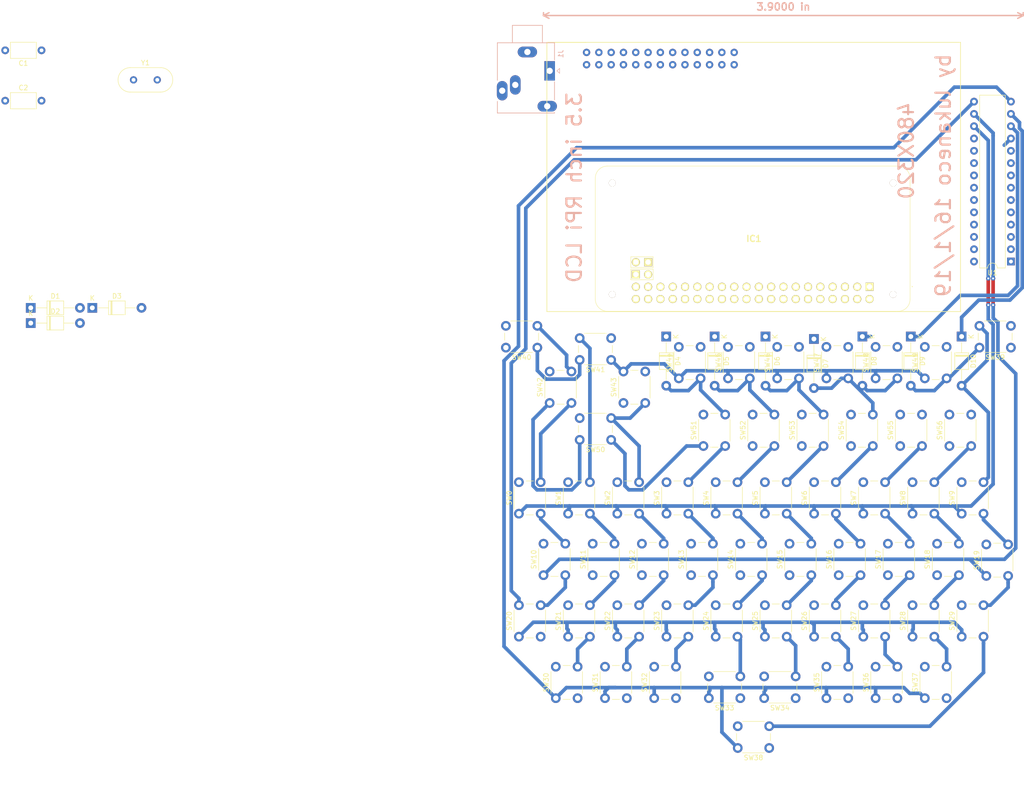
<source format=kicad_pcb>
(kicad_pcb (version 20171130) (host pcbnew "(5.0.2)-1")
  (layers (0 F.Cu signal) (31 B.Cu signal) (34 B.Paste user) (35 F.Paste user) (36 B.SilkS user) (37 F.SilkS user) (38 B.Mask user) (39 F.Mask user) (44 Edge.Cuts user))
  (net 0 "")
  (net 1 Col2)
  (net 2 Col3)
  (net 3 Col4)
  (net 4 Col5)
  (net 5 Col0)
  (net 6 Col1)
  (net 7 Reset)
  (net 8 Serial_RX)
  (net 9 Serial_TX)
  (net 10 USB_D+)
  (net 11 USB_D-)
  (net 12 Osc1)
  (net 13 Osc2)
  (net 14 "Net-(DS1-Pad3)")
  (net 15 "Net-(DS1-Pad5)")
  (net 16 "Net-(DS1-Pad7)")
  (net 17 "Net-(DS1-Pad8)")
  (net 18 "Net-(DS1-Pad10)")
  (net 19 "Net-(DS1-Pad12)")
  (net 20 "Net-(DS1-Pad13)")
  (net 21 "Net-(DS1-Pad15)")
  (net 22 "Net-(DS1-Pad16)")
  (net 23 "Net-(J1-PadT)")
  (net 24 "Net-(J1-PadR)")
  (net 25 "Net-(J1-PadS)")
  (net 26 +3V3)
  (net 27 +5V)
  (net 28 GND)
  (net 29 TP_IRQ)
  (net 30 LCD_RS)
  (net 31 TP_SO)
  (net 32 RST)
  (net 33 LCD_SCK)
  (net 34 LCD_CS)
  (net 35 TP_CS)
  (net 36 Row0)
  (net 37 "Net-(D1-Pad2)")
  (net 38 "Net-(D2-Pad2)")
  (net 39 Row1)
  (net 40 Row2)
  (net 41 "Net-(D3-Pad2)")
  (net 42 "Net-(D4-Pad2)")
  (net 43 Row3)
  (net 44 Row4)
  (net 45 "Net-(D5-Pad2)")
  (net 46 Row5)
  (net 47 "Net-(D6-Pad2)")
  (net 48 "Net-(D7-Pad2)")
  (net 49 Row6)
  (net 50 "Net-(D8-Pad2)")
  (net 51 Row7)
  (net 52 Row8)
  (net 53 "Net-(D9-Pad2)")
  (net 54 "Net-(D10-Pad2)")
  (net 55 Row9)
  (net 56 "Net-(IC1-Pad3)")
  (net 57 "Net-(IC1-Pad5)")
  (net 58 "Net-(IC1-Pad7)")
  (net 59 "Net-(IC1-Pad8)")
  (net 60 "Net-(IC1-Pad10)")
  (net 61 "Net-(IC1-Pad12)")
  (net 62 "Net-(IC1-Pad13)")
  (net 63 "Net-(IC1-Pad15)")
  (net 64 "Net-(IC1-Pad16)")
  (net 65 "Net-(IC1-Pad19)")
  (net 66 "Net-(IC1-Pad27)")
  (net 67 "Net-(IC1-Pad28)")
  (net 68 "Net-(IC1-Pad29)")
  (net 69 "Net-(IC1-Pad30)")
  (net 70 "Net-(IC1-Pad31)")
  (net 71 "Net-(IC1-Pad32)")
  (net 72 "Net-(IC1-Pad33)")
  (net 73 "Net-(IC1-Pad34)")
  (net 74 "Net-(IC1-Pad35)")
  (net 75 "Net-(IC1-Pad36)")
  (net 76 "Net-(IC1-Pad37)")
  (net 77 "Net-(IC1-Pad38)")
  (net 78 "Net-(IC1-Pad39)")
  (net 79 "Net-(IC1-Pad40)")
  (net 80 "Net-(IC1-Pad41)")
  (net 81 "Net-(IC1-Pad42)")
  (net 82 "Net-(IC1-Pad43)")
  (net 83 "Net-(IC1-Pad44)")
  (module Button_Switch_THT:SW_PUSH_6mm (layer F.Cu) (at 60.96 130.81 90)
    (fp_text reference SW0 (at 3.25 -2 90) (layer F.SilkS))
    (fp_text value SW_Push)
    (pad 2 thru_hole circle (at 0 4.5 180) (size 2 2) (drill 1.1) (layers *.Cu *.Mask) (net 37 "Net-(D1-Pad2)"))
    (pad 1 thru_hole circle (at 0 0 180) (size 2 2) (drill 1.1) (layers *.Cu *.Mask) (net 1 Col2))
    (pad 2 thru_hole circle (at 6.5 4.5 180) (size 2 2) (drill 1.1) (layers *.Cu *.Mask) (net 37 "Net-(D1-Pad2)"))
    (pad 1 thru_hole circle (at 6.5 0 180) (size 2 2) (drill 1.1) (layers *.Cu *.Mask) (net 1 Col2))
  )
  (module Button_Switch_THT:SW_PUSH_6mm (layer F.Cu) (at 71.12 130.81 90)
    (fp_text reference SW1 (at 3.25 -2 90) (layer F.SilkS))
    (fp_text value SW_Push)
    (pad 1 thru_hole circle (at 6.5 0 180) (size 2 2) (drill 1.1) (layers *.Cu *.Mask) (net 1 Col2))
    (pad 2 thru_hole circle (at 6.5 4.5 180) (size 2 2) (drill 1.1) (layers *.Cu *.Mask) (net 38 "Net-(D2-Pad2)"))
    (pad 1 thru_hole circle (at 0 0 180) (size 2 2) (drill 1.1) (layers *.Cu *.Mask) (net 1 Col2))
    (pad 2 thru_hole circle (at 0 4.5 180) (size 2 2) (drill 1.1) (layers *.Cu *.Mask) (net 38 "Net-(D2-Pad2)"))
  )
  (module Button_Switch_THT:SW_PUSH_6mm (layer F.Cu) (at 81.28 130.81 90)
    (fp_text reference SW2 (at 3.25 -2 90) (layer F.SilkS))
    (fp_text value SW_Push)
    (pad 2 thru_hole circle (at 0 4.5 180) (size 2 2) (drill 1.1) (layers *.Cu *.Mask) (net 41 "Net-(D3-Pad2)"))
    (pad 1 thru_hole circle (at 0 0 180) (size 2 2) (drill 1.1) (layers *.Cu *.Mask) (net 1 Col2))
    (pad 2 thru_hole circle (at 6.5 4.5 180) (size 2 2) (drill 1.1) (layers *.Cu *.Mask) (net 41 "Net-(D3-Pad2)"))
    (pad 1 thru_hole circle (at 6.5 0 180) (size 2 2) (drill 1.1) (layers *.Cu *.Mask) (net 1 Col2))
  )
  (module Button_Switch_THT:SW_PUSH_6mm (layer F.Cu) (at 91.44 130.81 90)
    (fp_text reference SW3 (at 3.25 -2 90) (layer F.SilkS))
    (fp_text value SW_Push)
    (pad 2 thru_hole circle (at 0 4.5 180) (size 2 2) (drill 1.1) (layers *.Cu *.Mask) (net 42 "Net-(D4-Pad2)"))
    (pad 1 thru_hole circle (at 0 0 180) (size 2 2) (drill 1.1) (layers *.Cu *.Mask) (net 1 Col2))
    (pad 2 thru_hole circle (at 6.5 4.5 180) (size 2 2) (drill 1.1) (layers *.Cu *.Mask) (net 42 "Net-(D4-Pad2)"))
    (pad 1 thru_hole circle (at 6.5 0 180) (size 2 2) (drill 1.1) (layers *.Cu *.Mask) (net 1 Col2))
  )
  (module Button_Switch_THT:SW_PUSH_6mm (layer F.Cu) (at 101.6 130.81 90)
    (fp_text reference SW4 (at 3.25 -2 90) (layer F.SilkS))
    (fp_text value SW_Push)
    (pad 1 thru_hole circle (at 6.5 0 180) (size 2 2) (drill 1.1) (layers *.Cu *.Mask) (net 1 Col2))
    (pad 2 thru_hole circle (at 6.5 4.5 180) (size 2 2) (drill 1.1) (layers *.Cu *.Mask) (net 45 "Net-(D5-Pad2)"))
    (pad 1 thru_hole circle (at 0 0 180) (size 2 2) (drill 1.1) (layers *.Cu *.Mask) (net 1 Col2))
    (pad 2 thru_hole circle (at 0 4.5 180) (size 2 2) (drill 1.1) (layers *.Cu *.Mask) (net 45 "Net-(D5-Pad2)"))
  )
  (module Button_Switch_THT:SW_PUSH_6mm (layer F.Cu) (at 111.76 130.81 90)
    (fp_text reference SW5 (at 3.25 -2 90) (layer F.SilkS))
    (fp_text value SW_Push)
    (pad 2 thru_hole circle (at 0 4.5 180) (size 2 2) (drill 1.1) (layers *.Cu *.Mask) (net 47 "Net-(D6-Pad2)"))
    (pad 1 thru_hole circle (at 0 0 180) (size 2 2) (drill 1.1) (layers *.Cu *.Mask) (net 1 Col2))
    (pad 2 thru_hole circle (at 6.5 4.5 180) (size 2 2) (drill 1.1) (layers *.Cu *.Mask) (net 47 "Net-(D6-Pad2)"))
    (pad 1 thru_hole circle (at 6.5 0 180) (size 2 2) (drill 1.1) (layers *.Cu *.Mask) (net 1 Col2))
  )
  (module Button_Switch_THT:SW_PUSH_6mm (layer F.Cu) (at 121.92 130.81 90)
    (fp_text reference SW6 (at 3.25 -2 90) (layer F.SilkS))
    (fp_text value SW_Push)
    (pad 2 thru_hole circle (at 0 4.5 180) (size 2 2) (drill 1.1) (layers *.Cu *.Mask) (net 48 "Net-(D7-Pad2)"))
    (pad 1 thru_hole circle (at 0 0 180) (size 2 2) (drill 1.1) (layers *.Cu *.Mask) (net 1 Col2))
    (pad 2 thru_hole circle (at 6.5 4.5 180) (size 2 2) (drill 1.1) (layers *.Cu *.Mask) (net 48 "Net-(D7-Pad2)"))
    (pad 1 thru_hole circle (at 6.5 0 180) (size 2 2) (drill 1.1) (layers *.Cu *.Mask) (net 1 Col2))
  )
  (module Button_Switch_THT:SW_PUSH_6mm (layer F.Cu) (at 132.08 130.81 90)
    (fp_text reference SW7 (at 3.25 -2 90) (layer F.SilkS))
    (fp_text value SW_Push)
    (pad 1 thru_hole circle (at 6.5 0 180) (size 2 2) (drill 1.1) (layers *.Cu *.Mask) (net 1 Col2))
    (pad 2 thru_hole circle (at 6.5 4.5 180) (size 2 2) (drill 1.1) (layers *.Cu *.Mask) (net 50 "Net-(D8-Pad2)"))
    (pad 1 thru_hole circle (at 0 0 180) (size 2 2) (drill 1.1) (layers *.Cu *.Mask) (net 1 Col2))
    (pad 2 thru_hole circle (at 0 4.5 180) (size 2 2) (drill 1.1) (layers *.Cu *.Mask) (net 50 "Net-(D8-Pad2)"))
  )
  (module Button_Switch_THT:SW_PUSH_6mm (layer F.Cu) (at 142.24 130.81 90)
    (fp_text reference SW8 (at 3.25 -2 90) (layer F.SilkS))
    (fp_text value SW_Push)
    (pad 1 thru_hole circle (at 6.5 0 180) (size 2 2) (drill 1.1) (layers *.Cu *.Mask) (net 1 Col2))
    (pad 2 thru_hole circle (at 6.5 4.5 180) (size 2 2) (drill 1.1) (layers *.Cu *.Mask) (net 53 "Net-(D9-Pad2)"))
    (pad 1 thru_hole circle (at 0 0 180) (size 2 2) (drill 1.1) (layers *.Cu *.Mask) (net 1 Col2))
    (pad 2 thru_hole circle (at 0 4.5 180) (size 2 2) (drill 1.1) (layers *.Cu *.Mask) (net 53 "Net-(D9-Pad2)"))
  )
  (module Button_Switch_THT:SW_PUSH_6mm (layer F.Cu) (at 152.4 130.81 90)
    (fp_text reference SW9 (at 3.25 -2 90) (layer F.SilkS))
    (fp_text value SW_Push)
    (pad 2 thru_hole circle (at 0 4.5 180) (size 2 2) (drill 1.1) (layers *.Cu *.Mask) (net 54 "Net-(D10-Pad2)"))
    (pad 1 thru_hole circle (at 0 0 180) (size 2 2) (drill 1.1) (layers *.Cu *.Mask) (net 1 Col2))
    (pad 2 thru_hole circle (at 6.5 4.5 180) (size 2 2) (drill 1.1) (layers *.Cu *.Mask) (net 54 "Net-(D10-Pad2)"))
    (pad 1 thru_hole circle (at 6.5 0 180) (size 2 2) (drill 1.1) (layers *.Cu *.Mask) (net 1 Col2))
  )
  (module Button_Switch_THT:SW_PUSH_6mm (layer F.Cu) (at 66.04 143.51 90)
    (fp_text reference SW10 (at 3.25 -2 90) (layer F.SilkS))
    (fp_text value SW_Push)
    (pad 1 thru_hole circle (at 6.5 0 180) (size 2 2) (drill 1.1) (layers *.Cu *.Mask) (net 2 Col3))
    (pad 2 thru_hole circle (at 6.5 4.5 180) (size 2 2) (drill 1.1) (layers *.Cu *.Mask) (net 37 "Net-(D1-Pad2)"))
    (pad 1 thru_hole circle (at 0 0 180) (size 2 2) (drill 1.1) (layers *.Cu *.Mask) (net 2 Col3))
    (pad 2 thru_hole circle (at 0 4.5 180) (size 2 2) (drill 1.1) (layers *.Cu *.Mask) (net 37 "Net-(D1-Pad2)"))
  )
  (module Button_Switch_THT:SW_PUSH_6mm (layer F.Cu) (at 76.2 143.51 90)
    (fp_text reference SW11 (at 3.25 -2 90) (layer F.SilkS))
    (fp_text value SW_Push)
    (pad 2 thru_hole circle (at 0 4.5 180) (size 2 2) (drill 1.1) (layers *.Cu *.Mask) (net 38 "Net-(D2-Pad2)"))
    (pad 1 thru_hole circle (at 0 0 180) (size 2 2) (drill 1.1) (layers *.Cu *.Mask) (net 2 Col3))
    (pad 2 thru_hole circle (at 6.5 4.5 180) (size 2 2) (drill 1.1) (layers *.Cu *.Mask) (net 38 "Net-(D2-Pad2)"))
    (pad 1 thru_hole circle (at 6.5 0 180) (size 2 2) (drill 1.1) (layers *.Cu *.Mask) (net 2 Col3))
  )
  (module Button_Switch_THT:SW_PUSH_6mm (layer F.Cu) (at 86.36 143.51 90)
    (fp_text reference SW12 (at 3.25 -2 90) (layer F.SilkS))
    (fp_text value SW_Push)
    (pad 1 thru_hole circle (at 6.5 0 180) (size 2 2) (drill 1.1) (layers *.Cu *.Mask) (net 2 Col3))
    (pad 2 thru_hole circle (at 6.5 4.5 180) (size 2 2) (drill 1.1) (layers *.Cu *.Mask) (net 41 "Net-(D3-Pad2)"))
    (pad 1 thru_hole circle (at 0 0 180) (size 2 2) (drill 1.1) (layers *.Cu *.Mask) (net 2 Col3))
    (pad 2 thru_hole circle (at 0 4.5 180) (size 2 2) (drill 1.1) (layers *.Cu *.Mask) (net 41 "Net-(D3-Pad2)"))
  )
  (module Button_Switch_THT:SW_PUSH_6mm (layer F.Cu) (at 96.52 143.51 90)
    (fp_text reference SW13 (at 3.25 -2 90) (layer F.SilkS))
    (fp_text value SW_Push)
    (pad 1 thru_hole circle (at 6.5 0 180) (size 2 2) (drill 1.1) (layers *.Cu *.Mask) (net 2 Col3))
    (pad 2 thru_hole circle (at 6.5 4.5 180) (size 2 2) (drill 1.1) (layers *.Cu *.Mask) (net 42 "Net-(D4-Pad2)"))
    (pad 1 thru_hole circle (at 0 0 180) (size 2 2) (drill 1.1) (layers *.Cu *.Mask) (net 2 Col3))
    (pad 2 thru_hole circle (at 0 4.5 180) (size 2 2) (drill 1.1) (layers *.Cu *.Mask) (net 42 "Net-(D4-Pad2)"))
  )
  (module Button_Switch_THT:SW_PUSH_6mm (layer F.Cu) (at 106.68 143.51 90)
    (fp_text reference SW14 (at 3.25 -2 90) (layer F.SilkS))
    (fp_text value SW_Push)
    (pad 2 thru_hole circle (at 0 4.5 180) (size 2 2) (drill 1.1) (layers *.Cu *.Mask) (net 45 "Net-(D5-Pad2)"))
    (pad 1 thru_hole circle (at 0 0 180) (size 2 2) (drill 1.1) (layers *.Cu *.Mask) (net 2 Col3))
    (pad 2 thru_hole circle (at 6.5 4.5 180) (size 2 2) (drill 1.1) (layers *.Cu *.Mask) (net 45 "Net-(D5-Pad2)"))
    (pad 1 thru_hole circle (at 6.5 0 180) (size 2 2) (drill 1.1) (layers *.Cu *.Mask) (net 2 Col3))
  )
  (module Button_Switch_THT:SW_PUSH_6mm (layer F.Cu) (at 116.84 143.51 90)
    (fp_text reference SW15 (at 3.25 -2 90) (layer F.SilkS))
    (fp_text value SW_Push)
    (pad 2 thru_hole circle (at 0 4.5 180) (size 2 2) (drill 1.1) (layers *.Cu *.Mask) (net 47 "Net-(D6-Pad2)"))
    (pad 1 thru_hole circle (at 0 0 180) (size 2 2) (drill 1.1) (layers *.Cu *.Mask) (net 2 Col3))
    (pad 2 thru_hole circle (at 6.5 4.5 180) (size 2 2) (drill 1.1) (layers *.Cu *.Mask) (net 47 "Net-(D6-Pad2)"))
    (pad 1 thru_hole circle (at 6.5 0 180) (size 2 2) (drill 1.1) (layers *.Cu *.Mask) (net 2 Col3))
  )
  (module Button_Switch_THT:SW_PUSH_6mm (layer F.Cu) (at 127 143.51 90)
    (fp_text reference SW16 (at 3.25 -2 90) (layer F.SilkS))
    (fp_text value SW_Push)
    (pad 1 thru_hole circle (at 6.5 0 180) (size 2 2) (drill 1.1) (layers *.Cu *.Mask) (net 2 Col3))
    (pad 2 thru_hole circle (at 6.5 4.5 180) (size 2 2) (drill 1.1) (layers *.Cu *.Mask) (net 48 "Net-(D7-Pad2)"))
    (pad 1 thru_hole circle (at 0 0 180) (size 2 2) (drill 1.1) (layers *.Cu *.Mask) (net 2 Col3))
    (pad 2 thru_hole circle (at 0 4.5 180) (size 2 2) (drill 1.1) (layers *.Cu *.Mask) (net 48 "Net-(D7-Pad2)"))
  )
  (module Button_Switch_THT:SW_PUSH_6mm (layer F.Cu) (at 137.16 143.51 90)
    (fp_text reference SW17 (at 3.25 -2 90) (layer F.SilkS))
    (fp_text value SW_Push)
    (pad 2 thru_hole circle (at 0 4.5 180) (size 2 2) (drill 1.1) (layers *.Cu *.Mask) (net 50 "Net-(D8-Pad2)"))
    (pad 1 thru_hole circle (at 0 0 180) (size 2 2) (drill 1.1) (layers *.Cu *.Mask) (net 2 Col3))
    (pad 2 thru_hole circle (at 6.5 4.5 180) (size 2 2) (drill 1.1) (layers *.Cu *.Mask) (net 50 "Net-(D8-Pad2)"))
    (pad 1 thru_hole circle (at 6.5 0 180) (size 2 2) (drill 1.1) (layers *.Cu *.Mask) (net 2 Col3))
  )
  (module Button_Switch_THT:SW_PUSH_6mm (layer F.Cu) (at 147.32 143.51 90)
    (fp_text reference SW18 (at 3.25 -2 90) (layer F.SilkS))
    (fp_text value SW_Push)
    (pad 1 thru_hole circle (at 6.5 0 180) (size 2 2) (drill 1.1) (layers *.Cu *.Mask) (net 2 Col3))
    (pad 2 thru_hole circle (at 6.5 4.5 180) (size 2 2) (drill 1.1) (layers *.Cu *.Mask) (net 53 "Net-(D9-Pad2)"))
    (pad 1 thru_hole circle (at 0 0 180) (size 2 2) (drill 1.1) (layers *.Cu *.Mask) (net 2 Col3))
    (pad 2 thru_hole circle (at 0 4.5 180) (size 2 2) (drill 1.1) (layers *.Cu *.Mask) (net 53 "Net-(D9-Pad2)"))
  )
  (module Button_Switch_THT:SW_PUSH_6mm (layer F.Cu) (at 157.48 143.66 90)
    (fp_text reference SW19 (at 3.25 -2 90) (layer F.SilkS))
    (fp_text value SW_Push)
    (pad 1 thru_hole circle (at 6.5 0 180) (size 2 2) (drill 1.1) (layers *.Cu *.Mask) (net 2 Col3))
    (pad 2 thru_hole circle (at 6.5 4.5 180) (size 2 2) (drill 1.1) (layers *.Cu *.Mask) (net 54 "Net-(D10-Pad2)"))
    (pad 1 thru_hole circle (at 0 0 180) (size 2 2) (drill 1.1) (layers *.Cu *.Mask) (net 2 Col3))
    (pad 2 thru_hole circle (at 0 4.5 180) (size 2 2) (drill 1.1) (layers *.Cu *.Mask) (net 54 "Net-(D10-Pad2)"))
  )
  (module Button_Switch_THT:SW_PUSH_6mm (layer F.Cu) (at 60.96 156.21 90)
    (fp_text reference SW20 (at 3.25 -2 90) (layer F.SilkS))
    (fp_text value SW_Push)
    (pad 2 thru_hole circle (at 0 4.5 180) (size 2 2) (drill 1.1) (layers *.Cu *.Mask) (net 37 "Net-(D1-Pad2)"))
    (pad 1 thru_hole circle (at 0 0 180) (size 2 2) (drill 1.1) (layers *.Cu *.Mask) (net 3 Col4))
    (pad 2 thru_hole circle (at 6.5 4.5 180) (size 2 2) (drill 1.1) (layers *.Cu *.Mask) (net 37 "Net-(D1-Pad2)"))
    (pad 1 thru_hole circle (at 6.5 0 180) (size 2 2) (drill 1.1) (layers *.Cu *.Mask) (net 3 Col4))
  )
  (module Button_Switch_THT:SW_PUSH_6mm (layer F.Cu) (at 71.12 156.21 90)
    (fp_text reference SW21 (at 3.25 -2 90) (layer F.SilkS))
    (fp_text value SW_Push)
    (pad 1 thru_hole circle (at 6.5 0 180) (size 2 2) (drill 1.1) (layers *.Cu *.Mask) (net 3 Col4))
    (pad 2 thru_hole circle (at 6.5 4.5 180) (size 2 2) (drill 1.1) (layers *.Cu *.Mask) (net 38 "Net-(D2-Pad2)"))
    (pad 1 thru_hole circle (at 0 0 180) (size 2 2) (drill 1.1) (layers *.Cu *.Mask) (net 3 Col4))
    (pad 2 thru_hole circle (at 0 4.5 180) (size 2 2) (drill 1.1) (layers *.Cu *.Mask) (net 38 "Net-(D2-Pad2)"))
  )
  (module Button_Switch_THT:SW_PUSH_6mm (layer F.Cu) (at 81.28 156.21 90)
    (fp_text reference SW22 (at 3.25 -2 90) (layer F.SilkS))
    (fp_text value SW_Push)
    (pad 2 thru_hole circle (at 0 4.5 180) (size 2 2) (drill 1.1) (layers *.Cu *.Mask) (net 41 "Net-(D3-Pad2)"))
    (pad 1 thru_hole circle (at 0 0 180) (size 2 2) (drill 1.1) (layers *.Cu *.Mask) (net 3 Col4))
    (pad 2 thru_hole circle (at 6.5 4.5 180) (size 2 2) (drill 1.1) (layers *.Cu *.Mask) (net 41 "Net-(D3-Pad2)"))
    (pad 1 thru_hole circle (at 6.5 0 180) (size 2 2) (drill 1.1) (layers *.Cu *.Mask) (net 3 Col4))
  )
  (module Button_Switch_THT:SW_PUSH_6mm (layer F.Cu) (at 91.44 156.21 90)
    (fp_text reference SW23 (at 3.25 -2 90) (layer F.SilkS))
    (fp_text value SW_Push)
    (pad 2 thru_hole circle (at 0 4.5 180) (size 2 2) (drill 1.1) (layers *.Cu *.Mask) (net 42 "Net-(D4-Pad2)"))
    (pad 1 thru_hole circle (at 0 0 180) (size 2 2) (drill 1.1) (layers *.Cu *.Mask) (net 3 Col4))
    (pad 2 thru_hole circle (at 6.5 4.5 180) (size 2 2) (drill 1.1) (layers *.Cu *.Mask) (net 42 "Net-(D4-Pad2)"))
    (pad 1 thru_hole circle (at 6.5 0 180) (size 2 2) (drill 1.1) (layers *.Cu *.Mask) (net 3 Col4))
  )
  (module Button_Switch_THT:SW_PUSH_6mm (layer F.Cu) (at 101.6 156.21 90)
    (fp_text reference SW24 (at 3.25 -2 90) (layer F.SilkS))
    (fp_text value SW_Push)
    (pad 2 thru_hole circle (at 0 4.5 180) (size 2 2) (drill 1.1) (layers *.Cu *.Mask) (net 45 "Net-(D5-Pad2)"))
    (pad 1 thru_hole circle (at 0 0 180) (size 2 2) (drill 1.1) (layers *.Cu *.Mask) (net 3 Col4))
    (pad 2 thru_hole circle (at 6.5 4.5 180) (size 2 2) (drill 1.1) (layers *.Cu *.Mask) (net 45 "Net-(D5-Pad2)"))
    (pad 1 thru_hole circle (at 6.5 0 180) (size 2 2) (drill 1.1) (layers *.Cu *.Mask) (net 3 Col4))
  )
  (module Button_Switch_THT:SW_PUSH_6mm (layer F.Cu) (at 111.76 156.21 90)
    (fp_text reference SW25 (at 3.25 -2 90) (layer F.SilkS))
    (fp_text value SW_Push)
    (pad 1 thru_hole circle (at 6.5 0 180) (size 2 2) (drill 1.1) (layers *.Cu *.Mask) (net 3 Col4))
    (pad 2 thru_hole circle (at 6.5 4.5 180) (size 2 2) (drill 1.1) (layers *.Cu *.Mask) (net 47 "Net-(D6-Pad2)"))
    (pad 1 thru_hole circle (at 0 0 180) (size 2 2) (drill 1.1) (layers *.Cu *.Mask) (net 3 Col4))
    (pad 2 thru_hole circle (at 0 4.5 180) (size 2 2) (drill 1.1) (layers *.Cu *.Mask) (net 47 "Net-(D6-Pad2)"))
  )
  (module Button_Switch_THT:SW_PUSH_6mm (layer F.Cu) (at 121.92 156.21 90)
    (fp_text reference SW26 (at 3.25 -2 90) (layer F.SilkS))
    (fp_text value SW_Push)
    (pad 2 thru_hole circle (at 0 4.5 180) (size 2 2) (drill 1.1) (layers *.Cu *.Mask) (net 48 "Net-(D7-Pad2)"))
    (pad 1 thru_hole circle (at 0 0 180) (size 2 2) (drill 1.1) (layers *.Cu *.Mask) (net 3 Col4))
    (pad 2 thru_hole circle (at 6.5 4.5 180) (size 2 2) (drill 1.1) (layers *.Cu *.Mask) (net 48 "Net-(D7-Pad2)"))
    (pad 1 thru_hole circle (at 6.5 0 180) (size 2 2) (drill 1.1) (layers *.Cu *.Mask) (net 3 Col4))
  )
  (module Button_Switch_THT:SW_PUSH_6mm (layer F.Cu) (at 132.08 156.21 90)
    (fp_text reference SW27 (at 3.25 -2 90) (layer F.SilkS))
    (fp_text value SW_Push)
    (pad 1 thru_hole circle (at 6.5 0 180) (size 2 2) (drill 1.1) (layers *.Cu *.Mask) (net 3 Col4))
    (pad 2 thru_hole circle (at 6.5 4.5 180) (size 2 2) (drill 1.1) (layers *.Cu *.Mask) (net 50 "Net-(D8-Pad2)"))
    (pad 1 thru_hole circle (at 0 0 180) (size 2 2) (drill 1.1) (layers *.Cu *.Mask) (net 3 Col4))
    (pad 2 thru_hole circle (at 0 4.5 180) (size 2 2) (drill 1.1) (layers *.Cu *.Mask) (net 50 "Net-(D8-Pad2)"))
  )
  (module Button_Switch_THT:SW_PUSH_6mm (layer F.Cu) (at 142.24 156.21 90)
    (fp_text reference SW28 (at 3.25 -2 90) (layer F.SilkS))
    (fp_text value SW_Push)
    (pad 2 thru_hole circle (at 0 4.5 180) (size 2 2) (drill 1.1) (layers *.Cu *.Mask) (net 53 "Net-(D9-Pad2)"))
    (pad 1 thru_hole circle (at 0 0 180) (size 2 2) (drill 1.1) (layers *.Cu *.Mask) (net 3 Col4))
    (pad 2 thru_hole circle (at 6.5 4.5 180) (size 2 2) (drill 1.1) (layers *.Cu *.Mask) (net 53 "Net-(D9-Pad2)"))
    (pad 1 thru_hole circle (at 6.5 0 180) (size 2 2) (drill 1.1) (layers *.Cu *.Mask) (net 3 Col4))
  )
  (module Button_Switch_THT:SW_PUSH_6mm (layer F.Cu) (at 152.4 156.21 90)
    (fp_text reference SW29 (at 3.25 -2 90) (layer F.SilkS))
    (fp_text value SW_Push)
    (pad 1 thru_hole circle (at 6.5 0 180) (size 2 2) (drill 1.1) (layers *.Cu *.Mask) (net 3 Col4))
    (pad 2 thru_hole circle (at 6.5 4.5 180) (size 2 2) (drill 1.1) (layers *.Cu *.Mask) (net 54 "Net-(D10-Pad2)"))
    (pad 1 thru_hole circle (at 0 0 180) (size 2 2) (drill 1.1) (layers *.Cu *.Mask) (net 3 Col4))
    (pad 2 thru_hole circle (at 0 4.5 180) (size 2 2) (drill 1.1) (layers *.Cu *.Mask) (net 54 "Net-(D10-Pad2)"))
  )
  (module Button_Switch_THT:SW_PUSH_6mm (layer F.Cu) (at 68.58 168.91 90)
    (fp_text reference SW30 (at 3.25 -2 90) (layer F.SilkS))
    (fp_text value SW_Push)
    (pad 1 thru_hole circle (at 6.5 0 180) (size 2 2) (drill 1.1) (layers *.Cu *.Mask) (net 4 Col5))
    (pad 2 thru_hole circle (at 6.5 4.5 180) (size 2 2) (drill 1.1) (layers *.Cu *.Mask) (net 38 "Net-(D2-Pad2)"))
    (pad 1 thru_hole circle (at 0 0 180) (size 2 2) (drill 1.1) (layers *.Cu *.Mask) (net 4 Col5))
    (pad 2 thru_hole circle (at 0 4.5 180) (size 2 2) (drill 1.1) (layers *.Cu *.Mask) (net 38 "Net-(D2-Pad2)"))
  )
  (module Button_Switch_THT:SW_PUSH_6mm (layer F.Cu) (at 78.74 168.91 90)
    (fp_text reference SW31 (at 3.25 -2 90) (layer F.SilkS))
    (fp_text value SW_Push)
    (pad 2 thru_hole circle (at 0 4.5 180) (size 2 2) (drill 1.1) (layers *.Cu *.Mask) (net 41 "Net-(D3-Pad2)"))
    (pad 1 thru_hole circle (at 0 0 180) (size 2 2) (drill 1.1) (layers *.Cu *.Mask) (net 4 Col5))
    (pad 2 thru_hole circle (at 6.5 4.5 180) (size 2 2) (drill 1.1) (layers *.Cu *.Mask) (net 41 "Net-(D3-Pad2)"))
    (pad 1 thru_hole circle (at 6.5 0 180) (size 2 2) (drill 1.1) (layers *.Cu *.Mask) (net 4 Col5))
  )
  (module Button_Switch_THT:SW_PUSH_6mm (layer F.Cu) (at 88.9 168.91 90)
    (fp_text reference SW32 (at 3.25 -2 90) (layer F.SilkS))
    (fp_text value SW_Push)
    (pad 1 thru_hole circle (at 6.5 0 180) (size 2 2) (drill 1.1) (layers *.Cu *.Mask) (net 4 Col5))
    (pad 2 thru_hole circle (at 6.5 4.5 180) (size 2 2) (drill 1.1) (layers *.Cu *.Mask) (net 42 "Net-(D4-Pad2)"))
    (pad 1 thru_hole circle (at 0 0 180) (size 2 2) (drill 1.1) (layers *.Cu *.Mask) (net 4 Col5))
    (pad 2 thru_hole circle (at 0 4.5 180) (size 2 2) (drill 1.1) (layers *.Cu *.Mask) (net 42 "Net-(D4-Pad2)"))
  )
  (module Button_Switch_THT:SW_PUSH_6mm (layer F.Cu) (at 106.68 168.91 180)
    (fp_text reference SW33 (at 3.25 -2 180) (layer F.SilkS))
    (fp_text value SW_Push)
    (pad 2 thru_hole circle (at 0 4.5 270) (size 2 2) (drill 1.1) (layers *.Cu *.Mask) (net 45 "Net-(D5-Pad2)"))
    (pad 1 thru_hole circle (at 0 0 270) (size 2 2) (drill 1.1) (layers *.Cu *.Mask) (net 4 Col5))
    (pad 2 thru_hole circle (at 6.5 4.5 270) (size 2 2) (drill 1.1) (layers *.Cu *.Mask) (net 45 "Net-(D5-Pad2)"))
    (pad 1 thru_hole circle (at 6.5 0 270) (size 2 2) (drill 1.1) (layers *.Cu *.Mask) (net 4 Col5))
  )
  (module Button_Switch_THT:SW_PUSH_6mm (layer F.Cu) (at 118.11 168.91 180)
    (fp_text reference SW34 (at 3.25 -2 180) (layer F.SilkS))
    (fp_text value SW_Push)
    (pad 2 thru_hole circle (at 0 4.5 270) (size 2 2) (drill 1.1) (layers *.Cu *.Mask) (net 47 "Net-(D6-Pad2)"))
    (pad 1 thru_hole circle (at 0 0 270) (size 2 2) (drill 1.1) (layers *.Cu *.Mask) (net 4 Col5))
    (pad 2 thru_hole circle (at 6.5 4.5 270) (size 2 2) (drill 1.1) (layers *.Cu *.Mask) (net 47 "Net-(D6-Pad2)"))
    (pad 1 thru_hole circle (at 6.5 0 270) (size 2 2) (drill 1.1) (layers *.Cu *.Mask) (net 4 Col5))
  )
  (module Button_Switch_THT:SW_PUSH_6mm (layer F.Cu) (at 124.46 168.91 90)
    (fp_text reference SW35 (at 3.25 -2 90) (layer F.SilkS))
    (fp_text value SW_Push)
    (pad 2 thru_hole circle (at 0 4.5 180) (size 2 2) (drill 1.1) (layers *.Cu *.Mask) (net 48 "Net-(D7-Pad2)"))
    (pad 1 thru_hole circle (at 0 0 180) (size 2 2) (drill 1.1) (layers *.Cu *.Mask) (net 4 Col5))
    (pad 2 thru_hole circle (at 6.5 4.5 180) (size 2 2) (drill 1.1) (layers *.Cu *.Mask) (net 48 "Net-(D7-Pad2)"))
    (pad 1 thru_hole circle (at 6.5 0 180) (size 2 2) (drill 1.1) (layers *.Cu *.Mask) (net 4 Col5))
  )
  (module Button_Switch_THT:SW_PUSH_6mm (layer F.Cu) (at 134.62 168.91 90)
    (fp_text reference SW36 (at 3.25 -2 90) (layer F.SilkS))
    (fp_text value SW_Push)
    (pad 2 thru_hole circle (at 0 4.5 180) (size 2 2) (drill 1.1) (layers *.Cu *.Mask) (net 50 "Net-(D8-Pad2)"))
    (pad 1 thru_hole circle (at 0 0 180) (size 2 2) (drill 1.1) (layers *.Cu *.Mask) (net 4 Col5))
    (pad 2 thru_hole circle (at 6.5 4.5 180) (size 2 2) (drill 1.1) (layers *.Cu *.Mask) (net 50 "Net-(D8-Pad2)"))
    (pad 1 thru_hole circle (at 6.5 0 180) (size 2 2) (drill 1.1) (layers *.Cu *.Mask) (net 4 Col5))
  )
  (module Button_Switch_THT:SW_PUSH_6mm (layer F.Cu) (at 144.78 168.91 90)
    (fp_text reference SW37 (at 3.25 -2 90) (layer F.SilkS))
    (fp_text value SW_Push)
    (pad 1 thru_hole circle (at 6.5 0 180) (size 2 2) (drill 1.1) (layers *.Cu *.Mask) (net 4 Col5))
    (pad 2 thru_hole circle (at 6.5 4.5 180) (size 2 2) (drill 1.1) (layers *.Cu *.Mask) (net 53 "Net-(D9-Pad2)"))
    (pad 1 thru_hole circle (at 0 0 180) (size 2 2) (drill 1.1) (layers *.Cu *.Mask) (net 4 Col5))
    (pad 2 thru_hole circle (at 0 4.5 180) (size 2 2) (drill 1.1) (layers *.Cu *.Mask) (net 53 "Net-(D9-Pad2)"))
  )
  (module Button_Switch_THT:SW_PUSH_6mm (layer F.Cu) (at 112.649 179.197 180)
    (fp_text reference SW38 (at 3.25 -2 180) (layer F.SilkS))
    (fp_text value SW_Push)
    (pad 2 thru_hole circle (at 0 4.5 270) (size 2 2) (drill 1.1) (layers *.Cu *.Mask) (net 54 "Net-(D10-Pad2)"))
    (pad 1 thru_hole circle (at 0 0 270) (size 2 2) (drill 1.1) (layers *.Cu *.Mask) (net 4 Col5))
    (pad 2 thru_hole circle (at 6.5 4.5 270) (size 2 2) (drill 1.1) (layers *.Cu *.Mask) (net 54 "Net-(D10-Pad2)"))
    (pad 1 thru_hole circle (at 6.5 0 270) (size 2 2) (drill 1.1) (layers *.Cu *.Mask) (net 4 Col5))
  )
  (module Button_Switch_THT:SW_PUSH_6mm (layer F.Cu) (at 162.56 96.52 180)
    (fp_text reference SW39 (at 3.25 -2 180) (layer F.SilkS))
    (fp_text value SW_Push)
    (pad 1 thru_hole circle (at 6.5 0 270) (size 2 2) (drill 1.1) (layers *.Cu *.Mask) (net 53 "Net-(D9-Pad2)"))
    (pad 2 thru_hole circle (at 6.5 4.5 270) (size 2 2) (drill 1.1) (layers *.Cu *.Mask) (net 54 "Net-(D10-Pad2)"))
    (pad 1 thru_hole circle (at 0 0 270) (size 2 2) (drill 1.1) (layers *.Cu *.Mask) (net 53 "Net-(D9-Pad2)"))
    (pad 2 thru_hole circle (at 0 4.5 270) (size 2 2) (drill 1.1) (layers *.Cu *.Mask) (net 54 "Net-(D10-Pad2)"))
  )
  (module Button_Switch_THT:SW_PUSH_6mm (layer F.Cu) (at 64.77 96.52 180)
    (fp_text reference SW40 (at 3.25 -2 180) (layer F.SilkS))
    (fp_text value SW_Push)
    (pad 1 thru_hole circle (at 6.5 0 270) (size 2 2) (drill 1.1) (layers *.Cu *.Mask) (net 5 Col0))
    (pad 2 thru_hole circle (at 6.5 4.5 270) (size 2 2) (drill 1.1) (layers *.Cu *.Mask) (net 37 "Net-(D1-Pad2)"))
    (pad 1 thru_hole circle (at 0 0 270) (size 2 2) (drill 1.1) (layers *.Cu *.Mask) (net 5 Col0))
    (pad 2 thru_hole circle (at 0 4.5 270) (size 2 2) (drill 1.1) (layers *.Cu *.Mask) (net 37 "Net-(D1-Pad2)"))
  )
  (module Button_Switch_THT:SW_PUSH_6mm (layer F.Cu) (at 80.01 99.06 180)
    (fp_text reference SW41 (at 3.25 -2 180) (layer F.SilkS))
    (fp_text value SW_Push)
    (pad 1 thru_hole circle (at 6.5 0 270) (size 2 2) (drill 1.1) (layers *.Cu *.Mask) (net 5 Col0))
    (pad 2 thru_hole circle (at 6.5 4.5 270) (size 2 2) (drill 1.1) (layers *.Cu *.Mask) (net 38 "Net-(D2-Pad2)"))
    (pad 1 thru_hole circle (at 0 0 270) (size 2 2) (drill 1.1) (layers *.Cu *.Mask) (net 5 Col0))
    (pad 2 thru_hole circle (at 0 4.5 270) (size 2 2) (drill 1.1) (layers *.Cu *.Mask) (net 38 "Net-(D2-Pad2)"))
  )
  (module Button_Switch_THT:SW_PUSH_6mm (layer F.Cu) (at 67.31 107.95 90)
    (fp_text reference SW42 (at 3.25 -2 90) (layer F.SilkS))
    (fp_text value SW_Push)
    (pad 1 thru_hole circle (at 6.5 0 180) (size 2 2) (drill 1.1) (layers *.Cu *.Mask) (net 6 Col1))
    (pad 2 thru_hole circle (at 6.5 4.5 180) (size 2 2) (drill 1.1) (layers *.Cu *.Mask) (net 37 "Net-(D1-Pad2)"))
    (pad 1 thru_hole circle (at 0 0 180) (size 2 2) (drill 1.1) (layers *.Cu *.Mask) (net 6 Col1))
    (pad 2 thru_hole circle (at 0 4.5 180) (size 2 2) (drill 1.1) (layers *.Cu *.Mask) (net 37 "Net-(D1-Pad2)"))
  )
  (module Button_Switch_THT:SW_PUSH_6mm (layer F.Cu) (at 82.55 107.95 90)
    (fp_text reference SW43 (at 3.25 -2 90) (layer F.SilkS))
    (fp_text value SW_Push)
    (pad 2 thru_hole circle (at 0 4.5 180) (size 2 2) (drill 1.1) (layers *.Cu *.Mask) (net 41 "Net-(D3-Pad2)"))
    (pad 1 thru_hole circle (at 0 0 180) (size 2 2) (drill 1.1) (layers *.Cu *.Mask) (net 5 Col0))
    (pad 2 thru_hole circle (at 6.5 4.5 180) (size 2 2) (drill 1.1) (layers *.Cu *.Mask) (net 41 "Net-(D3-Pad2)"))
    (pad 1 thru_hole circle (at 6.5 0 180) (size 2 2) (drill 1.1) (layers *.Cu *.Mask) (net 5 Col0))
  )
  (module Button_Switch_THT:SW_PUSH_6mm (layer F.Cu) (at 93.98 102.87 90)
    (fp_text reference SW44 (at 3.25 -2 90) (layer F.SilkS))
    (fp_text value SW_Push)
    (pad 1 thru_hole circle (at 6.5 0 180) (size 2 2) (drill 1.1) (layers *.Cu *.Mask) (net 5 Col0))
    (pad 2 thru_hole circle (at 6.5 4.5 180) (size 2 2) (drill 1.1) (layers *.Cu *.Mask) (net 42 "Net-(D4-Pad2)"))
    (pad 1 thru_hole circle (at 0 0 180) (size 2 2) (drill 1.1) (layers *.Cu *.Mask) (net 5 Col0))
    (pad 2 thru_hole circle (at 0 4.5 180) (size 2 2) (drill 1.1) (layers *.Cu *.Mask) (net 42 "Net-(D4-Pad2)"))
  )
  (module Button_Switch_THT:SW_PUSH_6mm (layer F.Cu) (at 104.14 102.87 90)
    (fp_text reference SW45 (at 3.25 -2 90) (layer F.SilkS))
    (fp_text value SW_Push)
    (pad 2 thru_hole circle (at 0 4.5 180) (size 2 2) (drill 1.1) (layers *.Cu *.Mask) (net 45 "Net-(D5-Pad2)"))
    (pad 1 thru_hole circle (at 0 0 180) (size 2 2) (drill 1.1) (layers *.Cu *.Mask) (net 5 Col0))
    (pad 2 thru_hole circle (at 6.5 4.5 180) (size 2 2) (drill 1.1) (layers *.Cu *.Mask) (net 45 "Net-(D5-Pad2)"))
    (pad 1 thru_hole circle (at 6.5 0 180) (size 2 2) (drill 1.1) (layers *.Cu *.Mask) (net 5 Col0))
  )
  (module Button_Switch_THT:SW_PUSH_6mm (layer F.Cu) (at 114.3 102.87 90)
    (fp_text reference SW46 (at 3.25 -2 90) (layer F.SilkS))
    (fp_text value SW_Push)
    (pad 2 thru_hole circle (at 0 4.5 180) (size 2 2) (drill 1.1) (layers *.Cu *.Mask) (net 47 "Net-(D6-Pad2)"))
    (pad 1 thru_hole circle (at 0 0 180) (size 2 2) (drill 1.1) (layers *.Cu *.Mask) (net 5 Col0))
    (pad 2 thru_hole circle (at 6.5 4.5 180) (size 2 2) (drill 1.1) (layers *.Cu *.Mask) (net 47 "Net-(D6-Pad2)"))
    (pad 1 thru_hole circle (at 6.5 0 180) (size 2 2) (drill 1.1) (layers *.Cu *.Mask) (net 5 Col0))
  )
  (module Button_Switch_THT:SW_PUSH_6mm (layer F.Cu) (at 124.46 102.87 90)
    (fp_text reference SW47 (at 3.25 -2 90) (layer F.SilkS))
    (fp_text value SW_Push)
    (pad 2 thru_hole circle (at 0 4.5 180) (size 2 2) (drill 1.1) (layers *.Cu *.Mask) (net 48 "Net-(D7-Pad2)"))
    (pad 1 thru_hole circle (at 0 0 180) (size 2 2) (drill 1.1) (layers *.Cu *.Mask) (net 5 Col0))
    (pad 2 thru_hole circle (at 6.5 4.5 180) (size 2 2) (drill 1.1) (layers *.Cu *.Mask) (net 48 "Net-(D7-Pad2)"))
    (pad 1 thru_hole circle (at 6.5 0 180) (size 2 2) (drill 1.1) (layers *.Cu *.Mask) (net 5 Col0))
  )
  (module Button_Switch_THT:SW_PUSH_6mm (layer F.Cu) (at 134.62 102.87 90)
    (fp_text reference SW48 (at 3.25 -2 90) (layer F.SilkS))
    (fp_text value SW_Push)
    (pad 2 thru_hole circle (at 0 4.5 180) (size 2 2) (drill 1.1) (layers *.Cu *.Mask) (net 50 "Net-(D8-Pad2)"))
    (pad 1 thru_hole circle (at 0 0 180) (size 2 2) (drill 1.1) (layers *.Cu *.Mask) (net 5 Col0))
    (pad 2 thru_hole circle (at 6.5 4.5 180) (size 2 2) (drill 1.1) (layers *.Cu *.Mask) (net 50 "Net-(D8-Pad2)"))
    (pad 1 thru_hole circle (at 6.5 0 180) (size 2 2) (drill 1.1) (layers *.Cu *.Mask) (net 5 Col0))
  )
  (module Button_Switch_THT:SW_PUSH_6mm (layer F.Cu) (at 144.78 102.87 90)
    (fp_text reference SW49 (at 3.25 -2 90) (layer F.SilkS))
    (fp_text value SW_Push)
    (pad 1 thru_hole circle (at 6.5 0 180) (size 2 2) (drill 1.1) (layers *.Cu *.Mask) (net 5 Col0))
    (pad 2 thru_hole circle (at 6.5 4.5 180) (size 2 2) (drill 1.1) (layers *.Cu *.Mask) (net 53 "Net-(D9-Pad2)"))
    (pad 1 thru_hole circle (at 0 0 180) (size 2 2) (drill 1.1) (layers *.Cu *.Mask) (net 5 Col0))
    (pad 2 thru_hole circle (at 0 4.5 180) (size 2 2) (drill 1.1) (layers *.Cu *.Mask) (net 53 "Net-(D9-Pad2)"))
  )
  (module Button_Switch_THT:SW_PUSH_6mm (layer F.Cu) (at 80.01 115.57 180)
    (fp_text reference SW50 (at 3.25 -2 180) (layer F.SilkS))
    (fp_text value SW_Push)
    (pad 2 thru_hole circle (at 0 4.5 270) (size 2 2) (drill 1.1) (layers *.Cu *.Mask) (net 41 "Net-(D3-Pad2)"))
    (pad 1 thru_hole circle (at 0 0 270) (size 2 2) (drill 1.1) (layers *.Cu *.Mask) (net 6 Col1))
    (pad 2 thru_hole circle (at 6.5 4.5 270) (size 2 2) (drill 1.1) (layers *.Cu *.Mask) (net 41 "Net-(D3-Pad2)"))
    (pad 1 thru_hole circle (at 6.5 0 270) (size 2 2) (drill 1.1) (layers *.Cu *.Mask) (net 6 Col1))
  )
  (module Button_Switch_THT:SW_PUSH_6mm (layer F.Cu) (at 99.06 116.84 90)
    (fp_text reference SW51 (at 3.25 -2 90) (layer F.SilkS))
    (fp_text value SW_Push)
    (pad 1 thru_hole circle (at 6.5 0 180) (size 2 2) (drill 1.1) (layers *.Cu *.Mask) (net 6 Col1))
    (pad 2 thru_hole circle (at 6.5 4.5 180) (size 2 2) (drill 1.1) (layers *.Cu *.Mask) (net 42 "Net-(D4-Pad2)"))
    (pad 1 thru_hole circle (at 0 0 180) (size 2 2) (drill 1.1) (layers *.Cu *.Mask) (net 6 Col1))
    (pad 2 thru_hole circle (at 0 4.5 180) (size 2 2) (drill 1.1) (layers *.Cu *.Mask) (net 42 "Net-(D4-Pad2)"))
  )
  (module Button_Switch_THT:SW_PUSH_6mm (layer F.Cu) (at 109.22 116.84 90)
    (fp_text reference SW52 (at 3.25 -2 90) (layer F.SilkS))
    (fp_text value SW_Push)
    (pad 1 thru_hole circle (at 6.5 0 180) (size 2 2) (drill 1.1) (layers *.Cu *.Mask) (net 6 Col1))
    (pad 2 thru_hole circle (at 6.5 4.5 180) (size 2 2) (drill 1.1) (layers *.Cu *.Mask) (net 45 "Net-(D5-Pad2)"))
    (pad 1 thru_hole circle (at 0 0 180) (size 2 2) (drill 1.1) (layers *.Cu *.Mask) (net 6 Col1))
    (pad 2 thru_hole circle (at 0 4.5 180) (size 2 2) (drill 1.1) (layers *.Cu *.Mask) (net 45 "Net-(D5-Pad2)"))
  )
  (module Button_Switch_THT:SW_PUSH_6mm (layer F.Cu) (at 119.38 116.84 90)
    (fp_text reference SW53 (at 3.25 -2 90) (layer F.SilkS))
    (fp_text value SW_Push)
    (pad 1 thru_hole circle (at 6.5 0 180) (size 2 2) (drill 1.1) (layers *.Cu *.Mask) (net 6 Col1))
    (pad 2 thru_hole circle (at 6.5 4.5 180) (size 2 2) (drill 1.1) (layers *.Cu *.Mask) (net 47 "Net-(D6-Pad2)"))
    (pad 1 thru_hole circle (at 0 0 180) (size 2 2) (drill 1.1) (layers *.Cu *.Mask) (net 6 Col1))
    (pad 2 thru_hole circle (at 0 4.5 180) (size 2 2) (drill 1.1) (layers *.Cu *.Mask) (net 47 "Net-(D6-Pad2)"))
  )
  (module Button_Switch_THT:SW_PUSH_6mm (layer F.Cu) (at 129.54 116.84 90)
    (fp_text reference SW54 (at 3.25 -2 90) (layer F.SilkS))
    (fp_text value SW_Push)
    (pad 2 thru_hole circle (at 0 4.5 180) (size 2 2) (drill 1.1) (layers *.Cu *.Mask) (net 48 "Net-(D7-Pad2)"))
    (pad 1 thru_hole circle (at 0 0 180) (size 2 2) (drill 1.1) (layers *.Cu *.Mask) (net 6 Col1))
    (pad 2 thru_hole circle (at 6.5 4.5 180) (size 2 2) (drill 1.1) (layers *.Cu *.Mask) (net 48 "Net-(D7-Pad2)"))
    (pad 1 thru_hole circle (at 6.5 0 180) (size 2 2) (drill 1.1) (layers *.Cu *.Mask) (net 6 Col1))
  )
  (module Button_Switch_THT:SW_PUSH_6mm (layer F.Cu) (at 139.7 116.84 90)
    (fp_text reference SW55 (at 3.25 -2 90) (layer F.SilkS))
    (fp_text value SW_Push)
    (pad 1 thru_hole circle (at 6.5 0 180) (size 2 2) (drill 1.1) (layers *.Cu *.Mask) (net 6 Col1))
    (pad 2 thru_hole circle (at 6.5 4.5 180) (size 2 2) (drill 1.1) (layers *.Cu *.Mask) (net 50 "Net-(D8-Pad2)"))
    (pad 1 thru_hole circle (at 0 0 180) (size 2 2) (drill 1.1) (layers *.Cu *.Mask) (net 6 Col1))
    (pad 2 thru_hole circle (at 0 4.5 180) (size 2 2) (drill 1.1) (layers *.Cu *.Mask) (net 50 "Net-(D8-Pad2)"))
  )
  (module Button_Switch_THT:SW_PUSH_6mm (layer F.Cu) (at 149.86 116.84 90)
    (fp_text reference SW56 (at 3.25 -2 90) (layer F.SilkS))
    (fp_text value SW_Push)
    (pad 1 thru_hole circle (at 6.5 0 180) (size 2 2) (drill 1.1) (layers *.Cu *.Mask) (net 6 Col1))
    (pad 2 thru_hole circle (at 6.5 4.5 180) (size 2 2) (drill 1.1) (layers *.Cu *.Mask) (net 53 "Net-(D9-Pad2)"))
    (pad 1 thru_hole circle (at 0 0 180) (size 2 2) (drill 1.1) (layers *.Cu *.Mask) (net 6 Col1))
    (pad 2 thru_hole circle (at 0 4.5 180) (size 2 2) (drill 1.1) (layers *.Cu *.Mask) (net 53 "Net-(D9-Pad2)"))
  )
  (module Package_DIP:DIP-28_W7.62mm (layer F.Cu) (at 162.56 78.74 180)
    (fp_text reference U1 (at 3.81 -2.33 180) (layer F.SilkS))
    (fp_text value ATmega328P-PU)
    (pad 1 thru_hole rect (at 0 0 180) (size 1.6 1.6) (drill 0.8) (layers *.Cu *.Mask) (net 7 Reset))
    (pad 15 thru_hole oval (at 7.62 33.02 180) (size 1.6 1.6) (drill 0.8) (layers *.Cu *.Mask) (net 3 Col4))
    (pad 2 thru_hole oval (at 0 2.54 180) (size 1.6 1.6) (drill 0.8) (layers *.Cu *.Mask) (net 8 Serial_RX))
    (pad 16 thru_hole oval (at 7.62 30.48 180) (size 1.6 1.6) (drill 0.8) (layers *.Cu *.Mask) (net 2 Col3))
    (pad 3 thru_hole oval (at 0 5.08 180) (size 1.6 1.6) (drill 0.8) (layers *.Cu *.Mask) (net 9 Serial_TX))
    (pad 17 thru_hole oval (at 7.62 27.94 180) (size 1.6 1.6) (drill 0.8) (layers *.Cu *.Mask) (net 1 Col2))
    (pad 4 thru_hole oval (at 0 7.62 180) (size 1.6 1.6) (drill 0.8) (layers *.Cu *.Mask) (net 10 USB_D+))
    (pad 18 thru_hole oval (at 7.62 25.4 180) (size 1.6 1.6) (drill 0.8) (layers *.Cu *.Mask) (net 5 Col0))
    (pad 5 thru_hole oval (at 0 10.16 180) (size 1.6 1.6) (drill 0.8) (layers *.Cu *.Mask) (net 11 USB_D-))
    (pad 19 thru_hole oval (at 7.62 22.86 180) (size 1.6 1.6) (drill 0.8) (layers *.Cu *.Mask) (net 6 Col1))
    (pad 6 thru_hole oval (at 0 12.7 180) (size 1.6 1.6) (drill 0.8) (layers *.Cu *.Mask) (net 49 Row6))
    (pad 20 thru_hole oval (at 7.62 20.32 180) (size 1.6 1.6) (drill 0.8) (layers *.Cu *.Mask) (net 27 +5V))
    (pad 7 thru_hole oval (at 0 15.24 180) (size 1.6 1.6) (drill 0.8) (layers *.Cu *.Mask) (net 27 +5V))
    (pad 21 thru_hole oval (at 7.62 17.78 180) (size 1.6 1.6) (drill 0.8) (layers *.Cu *.Mask) (net 27 +5V))
    (pad 8 thru_hole oval (at 0 17.78 180) (size 1.6 1.6) (drill 0.8) (layers *.Cu *.Mask) (net 28 GND))
    (pad 22 thru_hole oval (at 7.62 15.24 180) (size 1.6 1.6) (drill 0.8) (layers *.Cu *.Mask) (net 28 GND))
    (pad 9 thru_hole oval (at 0 20.32 180) (size 1.6 1.6) (drill 0.8) (layers *.Cu *.Mask) (net 12 Osc1))
    (pad 23 thru_hole oval (at 7.62 12.7 180) (size 1.6 1.6) (drill 0.8) (layers *.Cu *.Mask) (net 36 Row0))
    (pad 10 thru_hole oval (at 0 22.86 180) (size 1.6 1.6) (drill 0.8) (layers *.Cu *.Mask) (net 13 Osc2))
    (pad 24 thru_hole oval (at 7.62 10.16 180) (size 1.6 1.6) (drill 0.8) (layers *.Cu *.Mask) (net 39 Row1))
    (pad 11 thru_hole oval (at 0 25.4 180) (size 1.6 1.6) (drill 0.8) (layers *.Cu *.Mask) (net 51 Row7))
    (pad 25 thru_hole oval (at 7.62 7.62 180) (size 1.6 1.6) (drill 0.8) (layers *.Cu *.Mask) (net 40 Row2))
    (pad 12 thru_hole oval (at 0 27.94 180) (size 1.6 1.6) (drill 0.8) (layers *.Cu *.Mask) (net 52 Row8))
    (pad 26 thru_hole oval (at 7.62 5.08 180) (size 1.6 1.6) (drill 0.8) (layers *.Cu *.Mask) (net 43 Row3))
    (pad 13 thru_hole oval (at 0 30.48 180) (size 1.6 1.6) (drill 0.8) (layers *.Cu *.Mask) (net 55 Row9))
    (pad 27 thru_hole oval (at 7.62 2.54 180) (size 1.6 1.6) (drill 0.8) (layers *.Cu *.Mask) (net 44 Row4))
    (pad 14 thru_hole oval (at 0 33.02 180) (size 1.6 1.6) (drill 0.8) (layers *.Cu *.Mask) (net 4 Col5))
    (pad 28 thru_hole oval (at 7.62 0 180) (size 1.6 1.6) (drill 0.8) (layers *.Cu *.Mask) (net 46 Row5))
  )
  (module "35 display:3.5 inch RPi LCD" (layer B.Cu) (at 74.93 38.1)
    (fp_text reference DS1 hide)
    (fp_text value 3.5_Inch_RPI)
    (fp_text user "3.5 inch RPi LCD" (at -2.54 25.4 -90) (layer B.SilkS) (effects (font (size 3 3) (thickness 0.45)) (justify mirror)))
    (fp_text user 480X320 (at 66.04 17.78 -90) (layer B.SilkS) (effects (font (size 3 3) (thickness 0.45)) (justify mirror)))
    (fp_text user "by lukaneco 16/1/19" (at 73.66 22.86 -90) (layer B.SilkS) (effects (font (size 3 3) (thickness 0.45)) (justify mirror)))
    (pad 1 thru_hole circle (at 0 0) (size 1.524 1.524) (drill 0.762) (layers *.Cu *.Mask) (net 26 +3V3))
    (pad 2 thru_hole circle (at 0 -2.54) (size 1.524 1.524) (drill 0.762) (layers *.Cu *.Mask) (net 27 +5V))
    (pad 3 thru_hole circle (at 2.54 0) (size 1.524 1.524) (drill 0.762) (layers *.Cu *.Mask) (net 14 "Net-(DS1-Pad3)"))
    (pad 4 thru_hole circle (at 2.54 -2.54) (size 1.524 1.524) (drill 0.762) (layers *.Cu *.Mask) (net 27 +5V))
    (pad 5 thru_hole circle (at 5.08 0) (size 1.524 1.524) (drill 0.762) (layers *.Cu *.Mask) (net 15 "Net-(DS1-Pad5)"))
    (pad 6 thru_hole circle (at 5.08 -2.54) (size 1.524 1.524) (drill 0.762) (layers *.Cu *.Mask) (net 28 GND))
    (pad 7 thru_hole circle (at 7.62 0) (size 1.524 1.524) (drill 0.762) (layers *.Cu *.Mask) (net 16 "Net-(DS1-Pad7)"))
    (pad 8 thru_hole circle (at 7.62 -2.54) (size 1.524 1.524) (drill 0.762) (layers *.Cu *.Mask) (net 17 "Net-(DS1-Pad8)"))
    (pad 9 thru_hole circle (at 10.16 0) (size 1.524 1.524) (drill 0.762) (layers *.Cu *.Mask) (net 28 GND))
    (pad 10 thru_hole circle (at 10.16 -2.54) (size 1.524 1.524) (drill 0.762) (layers *.Cu *.Mask) (net 18 "Net-(DS1-Pad10)"))
    (pad 11 thru_hole circle (at 12.7 0) (size 1.524 1.524) (drill 0.762) (layers *.Cu *.Mask) (net 29 TP_IRQ))
    (pad 12 thru_hole circle (at 12.7 -2.54) (size 1.524 1.524) (drill 0.762) (layers *.Cu *.Mask) (net 19 "Net-(DS1-Pad12)"))
    (pad 13 thru_hole circle (at 15.24 0) (size 1.524 1.524) (drill 0.762) (layers *.Cu *.Mask) (net 20 "Net-(DS1-Pad13)"))
    (pad 14 thru_hole circle (at 15.24 -2.54) (size 1.524 1.524) (drill 0.762) (layers *.Cu *.Mask) (net 28 GND))
    (pad 15 thru_hole circle (at 17.78 0) (size 1.524 1.524) (drill 0.762) (layers *.Cu *.Mask) (net 21 "Net-(DS1-Pad15)"))
    (pad 16 thru_hole circle (at 17.78 -2.54) (size 1.524 1.524) (drill 0.762) (layers *.Cu *.Mask) (net 22 "Net-(DS1-Pad16)"))
    (pad 17 thru_hole circle (at 20.32 0) (size 1.524 1.524) (drill 0.762) (layers *.Cu *.Mask) (net 26 +3V3))
    (pad 18 thru_hole circle (at 20.32 -2.54) (size 1.524 1.524) (drill 0.762) (layers *.Cu *.Mask) (net 30 LCD_RS))
    (pad 19 thru_hole circle (at 22.86 0) (size 1.524 1.524) (drill 0.762) (layers *.Cu *.Mask))
    (pad 20 thru_hole circle (at 22.86 -2.54) (size 1.524 1.524) (drill 0.762) (layers *.Cu *.Mask) (net 28 GND))
    (pad 21 thru_hole circle (at 25.4 0) (size 1.524 1.524) (drill 0.762) (layers *.Cu *.Mask) (net 31 TP_SO))
    (pad 22 thru_hole circle (at 25.4 -2.54) (size 1.524 1.524) (drill 0.762) (layers *.Cu *.Mask) (net 32 RST))
    (pad 23 thru_hole circle (at 27.94 0) (size 1.524 1.524) (drill 0.762) (layers *.Cu *.Mask) (net 33 LCD_SCK))
    (pad 24 thru_hole circle (at 27.94 -2.54) (size 1.524 1.524) (drill 0.762) (layers *.Cu *.Mask) (net 34 LCD_CS))
    (pad 25 thru_hole circle (at 30.48 0) (size 1.524 1.524) (drill 0.762) (layers *.Cu *.Mask) (net 28 GND))
    (pad 26 thru_hole circle (at 30.48 -2.54) (size 1.524 1.524) (drill 0.762) (layers *.Cu *.Mask) (net 35 TP_CS))
  )
  (module Connector_Audio:Jack_3.5mm_Ledino_KB3SPRS_Horizontal (layer B.Cu) (at 67.31 39.37 270)
    (fp_text reference J1 (at -3.5 -2.3 270) (layer B.SilkS) (effects (justify mirror)))
    (fp_text value AudioJack3)
    (pad T thru_hole rect (at 0 0 270) (size 4 2.2) (drill 1.3) (layers *.Cu *.Mask) (net 23 "Net-(J1-PadT)"))
    (pad TN thru_hole oval (at 7.3 0.5 180) (size 4 2.2) (drill 1.3) (layers *.Cu *.Mask))
    (pad RN thru_hole oval (at 2.9 7.1 270) (size 4 2.2) (drill 1.3) (layers *.Cu *.Mask))
    (pad R thru_hole oval (at 4.1 9.8 270) (size 4 2.2) (drill 1.3) (layers *.Cu *.Mask) (net 24 "Net-(J1-PadR)"))
    (pad S thru_hole oval (at -3.9 4.6 270) (size 2.2 4) (drill 1.3) (layers *.Cu *.Mask) (net 25 "Net-(J1-PadS)"))
  )
  (module "pi zero:RASPBERRY_PI_ZERO_W" (layer F.Cu) (at 109.48 74.03 180)
    (fp_text reference IC1 (at 0 0 180) (layer F.SilkS) (effects (font (size 1.27 1.27) (thickness 0.254))))
    (fp_text value "Raspberry_Pi_Zero_W_(v1.3)" hide)
    (pad 1 thru_hole rect (at -23.885 -9.92 270) (size 1.665 1.665) (drill 1.11) (layers *.Cu *.Mask F.SilkS) (net 26 +3V3))
    (pad 2 thru_hole circle (at -23.885 -12.46 270) (size 1.665 1.665) (drill 1.11) (layers *.Cu *.Mask F.SilkS) (net 27 +5V))
    (pad 3 thru_hole circle (at -21.345 -9.92 270) (size 1.665 1.665) (drill 1.11) (layers *.Cu *.Mask F.SilkS) (net 56 "Net-(IC1-Pad3)"))
    (pad 4 thru_hole circle (at -21.345 -12.46 270) (size 1.665 1.665) (drill 1.11) (layers *.Cu *.Mask F.SilkS) (net 27 +5V))
    (pad 5 thru_hole circle (at -18.805 -9.92 270) (size 1.665 1.665) (drill 1.11) (layers *.Cu *.Mask F.SilkS) (net 57 "Net-(IC1-Pad5)"))
    (pad 6 thru_hole circle (at -18.805 -12.46 270) (size 1.665 1.665) (drill 1.11) (layers *.Cu *.Mask F.SilkS) (net 28 GND))
    (pad 7 thru_hole circle (at -16.265 -9.92 270) (size 1.665 1.665) (drill 1.11) (layers *.Cu *.Mask F.SilkS) (net 58 "Net-(IC1-Pad7)"))
    (pad 8 thru_hole circle (at -16.265 -12.46 270) (size 1.665 1.665) (drill 1.11) (layers *.Cu *.Mask F.SilkS) (net 59 "Net-(IC1-Pad8)"))
    (pad 9 thru_hole circle (at -13.725 -9.92 270) (size 1.665 1.665) (drill 1.11) (layers *.Cu *.Mask F.SilkS) (net 28 GND))
    (pad 10 thru_hole circle (at -13.725 -12.46 270) (size 1.665 1.665) (drill 1.11) (layers *.Cu *.Mask F.SilkS) (net 60 "Net-(IC1-Pad10)"))
    (pad 11 thru_hole circle (at -11.185 -9.92 270) (size 1.665 1.665) (drill 1.11) (layers *.Cu *.Mask F.SilkS) (net 29 TP_IRQ))
    (pad 12 thru_hole circle (at -11.185 -12.46 270) (size 1.665 1.665) (drill 1.11) (layers *.Cu *.Mask F.SilkS) (net 61 "Net-(IC1-Pad12)"))
    (pad 13 thru_hole circle (at -8.645 -9.92 270) (size 1.665 1.665) (drill 1.11) (layers *.Cu *.Mask F.SilkS) (net 62 "Net-(IC1-Pad13)"))
    (pad 14 thru_hole circle (at -8.645 -12.46 270) (size 1.665 1.665) (drill 1.11) (layers *.Cu *.Mask F.SilkS) (net 28 GND))
    (pad 15 thru_hole circle (at -6.105 -9.92 270) (size 1.665 1.665) (drill 1.11) (layers *.Cu *.Mask F.SilkS) (net 63 "Net-(IC1-Pad15)"))
    (pad 16 thru_hole circle (at -6.105 -12.46 270) (size 1.665 1.665) (drill 1.11) (layers *.Cu *.Mask F.SilkS) (net 64 "Net-(IC1-Pad16)"))
    (pad 17 thru_hole circle (at -3.565 -9.92 270) (size 1.665 1.665) (drill 1.11) (layers *.Cu *.Mask F.SilkS) (net 26 +3V3))
    (pad 18 thru_hole circle (at -3.565 -12.46 270) (size 1.665 1.665) (drill 1.11) (layers *.Cu *.Mask F.SilkS) (net 30 LCD_RS))
    (pad 19 thru_hole circle (at -1.025 -9.92 270) (size 1.665 1.665) (drill 1.11) (layers *.Cu *.Mask F.SilkS) (net 65 "Net-(IC1-Pad19)"))
    (pad 20 thru_hole circle (at -1.025 -12.46 270) (size 1.665 1.665) (drill 1.11) (layers *.Cu *.Mask F.SilkS) (net 28 GND))
    (pad 21 thru_hole circle (at 1.515 -9.92 270) (size 1.665 1.665) (drill 1.11) (layers *.Cu *.Mask F.SilkS) (net 31 TP_SO))
    (pad 22 thru_hole circle (at 1.515 -12.46 270) (size 1.665 1.665) (drill 1.11) (layers *.Cu *.Mask F.SilkS) (net 32 RST))
    (pad 23 thru_hole circle (at 4.055 -9.92 270) (size 1.665 1.665) (drill 1.11) (layers *.Cu *.Mask F.SilkS) (net 33 LCD_SCK))
    (pad 24 thru_hole circle (at 4.055 -12.46 270) (size 1.665 1.665) (drill 1.11) (layers *.Cu *.Mask F.SilkS) (net 34 LCD_CS))
    (pad 25 thru_hole circle (at 6.595 -9.92 270) (size 1.665 1.665) (drill 1.11) (layers *.Cu *.Mask F.SilkS) (net 28 GND))
    (pad 26 thru_hole circle (at 6.595 -12.46 270) (size 1.665 1.665) (drill 1.11) (layers *.Cu *.Mask F.SilkS) (net 35 TP_CS))
    (pad 27 thru_hole circle (at 9.135 -9.92 270) (size 1.665 1.665) (drill 1.11) (layers *.Cu *.Mask F.SilkS) (net 66 "Net-(IC1-Pad27)"))
    (pad 28 thru_hole circle (at 9.135 -12.46 270) (size 1.665 1.665) (drill 1.11) (layers *.Cu *.Mask F.SilkS) (net 67 "Net-(IC1-Pad28)"))
    (pad 29 thru_hole circle (at 11.675 -9.92 270) (size 1.665 1.665) (drill 1.11) (layers *.Cu *.Mask F.SilkS) (net 68 "Net-(IC1-Pad29)"))
    (pad 30 thru_hole circle (at 11.675 -12.46 270) (size 1.665 1.665) (drill 1.11) (layers *.Cu *.Mask F.SilkS) (net 69 "Net-(IC1-Pad30)"))
    (pad 31 thru_hole circle (at 14.215 -9.92 270) (size 1.665 1.665) (drill 1.11) (layers *.Cu *.Mask F.SilkS) (net 70 "Net-(IC1-Pad31)"))
    (pad 32 thru_hole circle (at 14.215 -12.46 270) (size 1.665 1.665) (drill 1.11) (layers *.Cu *.Mask F.SilkS) (net 71 "Net-(IC1-Pad32)"))
    (pad 33 thru_hole circle (at 16.755 -9.92 270) (size 1.665 1.665) (drill 1.11) (layers *.Cu *.Mask F.SilkS) (net 72 "Net-(IC1-Pad33)"))
    (pad 34 thru_hole circle (at 16.755 -12.46 270) (size 1.665 1.665) (drill 1.11) (layers *.Cu *.Mask F.SilkS) (net 73 "Net-(IC1-Pad34)"))
    (pad 35 thru_hole circle (at 19.295 -9.92 270) (size 1.665 1.665) (drill 1.11) (layers *.Cu *.Mask F.SilkS) (net 74 "Net-(IC1-Pad35)"))
    (pad 36 thru_hole circle (at 19.295 -12.46 270) (size 1.665 1.665) (drill 1.11) (layers *.Cu *.Mask F.SilkS) (net 75 "Net-(IC1-Pad36)"))
    (pad 37 thru_hole circle (at 21.835 -9.92 270) (size 1.665 1.665) (drill 1.11) (layers *.Cu *.Mask F.SilkS) (net 76 "Net-(IC1-Pad37)"))
    (pad 38 thru_hole circle (at 21.835 -12.46 270) (size 1.665 1.665) (drill 1.11) (layers *.Cu *.Mask F.SilkS) (net 77 "Net-(IC1-Pad38)"))
    (pad 39 thru_hole circle (at 24.375 -9.92 270) (size 1.665 1.665) (drill 1.11) (layers *.Cu *.Mask F.SilkS) (net 78 "Net-(IC1-Pad39)"))
    (pad 40 thru_hole circle (at 24.375 -12.46 270) (size 1.665 1.665) (drill 1.11) (layers *.Cu *.Mask F.SilkS) (net 79 "Net-(IC1-Pad40)"))
    (pad 41 thru_hole rect (at 24.375 -7.38 270) (size 1.665 1.665) (drill 1.11) (layers *.Cu *.Mask F.SilkS) (net 80 "Net-(IC1-Pad41)"))
    (pad 42 thru_hole circle (at 21.835 -7.38 270) (size 1.665 1.665) (drill 1.11) (layers *.Cu *.Mask F.SilkS) (net 81 "Net-(IC1-Pad42)"))
    (pad 43 thru_hole rect (at 21.835 -4.84 270) (size 1.665 1.665) (drill 1.11) (layers *.Cu *.Mask F.SilkS) (net 82 "Net-(IC1-Pad43)"))
    (pad 44 thru_hole circle (at 24.375 -4.84 270) (size 1.665 1.665) (drill 1.11) (layers *.Cu *.Mask F.SilkS) (net 83 "Net-(IC1-Pad44)"))
    (pad MH1 thru_hole circle (at -28.755 -11.5 270) (size 1.4 1.4) (drill 2.8) (layers *.Cu *.Mask F.SilkS))
    (pad MH2 thru_hole circle (at -28.755 11.5 270) (size 1.4 1.4) (drill 2.8) (layers *.Cu *.Mask F.SilkS))
    (pad MH3 thru_hole circle (at 29.245 11.5 270) (size 1.4 1.4) (drill 2.8) (layers *.Cu *.Mask F.SilkS))
    (pad MH4 thru_hole circle (at 29.245 -11.5 270) (size 1.4 1.4) (drill 2.8) (layers *.Cu *.Mask F.SilkS))
  )
  (module Capacitor_THT:C_Axial_L5.1mm_D3.1mm_P7.50mm_Horizontal (layer F.Cu) (at -37.62 35.13 180)
    (fp_text reference C1 (at 3.75 -2.67 180) (layer F.SilkS))
    (fp_text value C_Small)
    (pad 1 thru_hole circle (at 0 0 180) (size 1.6 1.6) (drill 0.8) (layers *.Cu *.Mask) (net 13 Osc2))
    (pad 2 thru_hole oval (at 7.5 0 180) (size 1.6 1.6) (drill 0.8) (layers *.Cu *.Mask) (net 28 GND))
  )
  (module Capacitor_THT:C_Axial_L5.1mm_D3.1mm_P7.50mm_Horizontal (layer F.Cu) (at -45.12 45.53)
    (fp_text reference C2 (at 3.75 -2.67) (layer F.SilkS))
    (fp_text value C_Small)
    (pad 2 thru_hole oval (at 7.5 0) (size 1.6 1.6) (drill 0.8) (layers *.Cu *.Mask) (net 12 Osc1))
    (pad 1 thru_hole circle (at 0 0) (size 1.6 1.6) (drill 0.8) (layers *.Cu *.Mask) (net 28 GND))
  )
  (module Diode_THT:D_T-1_P10.16mm_Horizontal (layer F.Cu) (at -39.844999 88.305001)
    (fp_text reference D1 (at 5.08 -2.42) (layer F.SilkS))
    (fp_text value D)
    (fp_text user K (at 0 -2) (layer F.SilkS))
    (pad 1 thru_hole rect (at 0 0) (size 2 2) (drill 1) (layers *.Cu *.Mask) (net 36 Row0))
    (pad 2 thru_hole oval (at 10.16 0) (size 2 2) (drill 1) (layers *.Cu *.Mask) (net 37 "Net-(D1-Pad2)"))
  )
  (module Diode_THT:D_T-1_P10.16mm_Horizontal (layer F.Cu) (at -39.844999 91.455001)
    (fp_text reference D2 (at 5.08 -2.42) (layer F.SilkS))
    (fp_text value D)
    (fp_text user K (at 0 -2) (layer F.SilkS))
    (pad 2 thru_hole oval (at 10.16 0) (size 2 2) (drill 1) (layers *.Cu *.Mask) (net 38 "Net-(D2-Pad2)"))
    (pad 1 thru_hole rect (at 0 0) (size 2 2) (drill 1) (layers *.Cu *.Mask) (net 39 Row1))
  )
  (module Diode_THT:D_T-1_P10.16mm_Horizontal (layer F.Cu) (at -27.134999 88.305001)
    (fp_text reference D3 (at 5.08 -2.42) (layer F.SilkS))
    (fp_text value D)
    (fp_text user K (at 0 -2) (layer F.SilkS))
    (pad 1 thru_hole rect (at 0 0) (size 2 2) (drill 1) (layers *.Cu *.Mask) (net 40 Row2))
    (pad 2 thru_hole oval (at 10.16 0) (size 2 2) (drill 1) (layers *.Cu *.Mask) (net 41 "Net-(D3-Pad2)"))
  )
  (module Diode_THT:D_T-1_P10.16mm_Horizontal (layer F.Cu) (at 91.38 94.23 270)
    (fp_text reference D4 (at 5.08 -2.42 270) (layer F.SilkS))
    (fp_text value D)
    (fp_text user K (at 0 -2 270) (layer F.SilkS))
    (pad 2 thru_hole oval (at 10.16 0 270) (size 2 2) (drill 1) (layers *.Cu *.Mask) (net 42 "Net-(D4-Pad2)"))
    (pad 1 thru_hole rect (at 0 0 270) (size 2 2) (drill 1) (layers *.Cu *.Mask) (net 43 Row3))
  )
  (module Diode_THT:D_T-1_P10.16mm_Horizontal (layer F.Cu) (at 101.38 94.23 270)
    (fp_text reference D5 (at 5.08 -2.42 270) (layer F.SilkS))
    (fp_text value D)
    (fp_text user K (at 0 -2 270) (layer F.SilkS))
    (pad 1 thru_hole rect (at 0 0 270) (size 2 2) (drill 1) (layers *.Cu *.Mask) (net 44 Row4))
    (pad 2 thru_hole oval (at 10.16 0 270) (size 2 2) (drill 1) (layers *.Cu *.Mask) (net 45 "Net-(D5-Pad2)"))
  )
  (module Diode_THT:D_T-1_P10.16mm_Horizontal (layer F.Cu) (at 111.88 94.23 270)
    (fp_text reference D6 (at 5.08 -2.42 270) (layer F.SilkS))
    (fp_text value D)
    (fp_text user K (at 0 -2 270) (layer F.SilkS))
    (pad 1 thru_hole rect (at 0 0 270) (size 2 2) (drill 1) (layers *.Cu *.Mask) (net 46 Row5))
    (pad 2 thru_hole oval (at 10.16 0 270) (size 2 2) (drill 1) (layers *.Cu *.Mask) (net 47 "Net-(D6-Pad2)"))
  )
  (module Diode_THT:D_T-1_P10.16mm_Horizontal (layer F.Cu) (at 121.88 94.73 270)
    (fp_text reference D7 (at 5.08 -2.42 270) (layer F.SilkS))
    (fp_text value D)
    (fp_text user K (at 0 -2 270) (layer F.SilkS))
    (pad 2 thru_hole oval (at 10.16 0 270) (size 2 2) (drill 1) (layers *.Cu *.Mask) (net 48 "Net-(D7-Pad2)"))
    (pad 1 thru_hole rect (at 0 0 270) (size 2 2) (drill 1) (layers *.Cu *.Mask) (net 49 Row6))
  )
  (module Diode_THT:D_T-1_P10.16mm_Horizontal (layer F.Cu) (at 131.88 94.23 270)
    (fp_text reference D8 (at 5.08 -2.42 270) (layer F.SilkS))
    (fp_text value D)
    (fp_text user K (at 0 -2 270) (layer F.SilkS))
    (pad 2 thru_hole oval (at 10.16 0 270) (size 2 2) (drill 1) (layers *.Cu *.Mask) (net 50 "Net-(D8-Pad2)"))
    (pad 1 thru_hole rect (at 0 0 270) (size 2 2) (drill 1) (layers *.Cu *.Mask) (net 51 Row7))
  )
  (module Diode_THT:D_T-1_P10.16mm_Horizontal (layer F.Cu) (at 141.88 94.23 270)
    (fp_text reference D9 (at 5.08 -2.42 270) (layer F.SilkS))
    (fp_text value D)
    (fp_text user K (at 0 -2 270) (layer F.SilkS))
    (pad 1 thru_hole rect (at 0 0 270) (size 2 2) (drill 1) (layers *.Cu *.Mask) (net 52 Row8))
    (pad 2 thru_hole oval (at 10.16 0 270) (size 2 2) (drill 1) (layers *.Cu *.Mask) (net 53 "Net-(D9-Pad2)"))
  )
  (module Diode_THT:D_T-1_P10.16mm_Horizontal (layer F.Cu) (at 152.38 94.23 270)
    (fp_text reference D10 (at 5.08 -2.42 270) (layer F.SilkS))
    (fp_text value D)
    (fp_text user K (at 0 -2 270) (layer F.SilkS))
    (pad 2 thru_hole oval (at 10.16 0 270) (size 2 2) (drill 1) (layers *.Cu *.Mask) (net 54 "Net-(D10-Pad2)"))
    (pad 1 thru_hole rect (at 0 0 270) (size 2 2) (drill 1) (layers *.Cu *.Mask) (net 55 Row9))
  )
  (module Crystal:Crystal_HC18-U_Vertical (layer F.Cu) (at -18.62 41.23)
    (fp_text reference Y1 (at 2.45 -3.525) (layer F.SilkS))
    (fp_text value Crystal)
    (pad 1 thru_hole circle (at 0 0) (size 1.5 1.5) (drill 0.8) (layers *.Cu *.Mask) (net 13 Osc2))
    (pad 2 thru_hole circle (at 4.9 0) (size 1.5 1.5) (drill 0.8) (layers *.Cu *.Mask) (net 12 Osc1))
  )
  (dimension 99.06 (width 0.3) (layer B.SilkS) (gr_text "99,060 mm" (at 115.57 25.84) (layer B.SilkS) (effects (font (size 1.5 1.5) (thickness 0.3)))) (feature1 (pts (xy 66.04 27.94) (xy 66.04 27.353579))) (feature2 (pts (xy 165.1 27.94) (xy 165.1 27.353579))) (crossbar (pts (xy 165.1 27.94) (xy 66.04 27.94))) (arrow1a (pts (xy 66.04 27.94) (xy 67.166504 27.353579))) (arrow1b (pts (xy 66.04 27.94) (xy 67.166504 28.526421))) (arrow2a (pts (xy 165.1 27.94) (xy 163.973496 27.353579))) (arrow2b (pts (xy 165.1 27.94) (xy 163.973496 28.526421))))
  (segment (start 151.400001 129.810001) (end 152.4 130.81) (width 0.75) (layer B.Cu) (net 1))
  (segment (start 150.82 129.23) (end 151.400001 129.810001) (width 0.75) (layer B.Cu) (net 1))
  (segment (start 60.96 130.81) (end 62.54 129.23) (width 0.75) (layer B.Cu) (net 1))
  (segment (start 142.074213 129.23) (end 141.88 129.23) (width 0.75) (layer B.Cu) (net 1))
  (segment (start 142.24 129.395787) (end 142.074213 129.23) (width 0.75) (layer B.Cu) (net 1))
  (segment (start 142.24 130.81) (end 142.24 129.395787) (width 0.75) (layer B.Cu) (net 1))
  (segment (start 141.88 129.23) (end 150.82 129.23) (width 0.75) (layer B.Cu) (net 1))
  (segment (start 132.08 130.81) (end 132.08 130.03) (width 0.75) (layer B.Cu) (net 1))
  (segment (start 131.88 129.83) (end 131.88 129.23) (width 0.75) (layer B.Cu) (net 1))
  (segment (start 132.08 130.03) (end 131.88 129.83) (width 0.75) (layer B.Cu) (net 1))
  (segment (start 131.88 129.23) (end 141.88 129.23) (width 0.75) (layer B.Cu) (net 1))
  (segment (start 121.92 129.27) (end 121.88 129.23) (width 0.75) (layer B.Cu) (net 1))
  (segment (start 121.92 130.81) (end 121.92 129.27) (width 0.75) (layer B.Cu) (net 1))
  (segment (start 121.88 129.23) (end 131.88 129.23) (width 0.75) (layer B.Cu) (net 1))
  (segment (start 111.76 129.35) (end 111.88 129.23) (width 0.75) (layer B.Cu) (net 1))
  (segment (start 111.76 130.81) (end 111.76 129.35) (width 0.75) (layer B.Cu) (net 1))
  (segment (start 111.88 129.23) (end 121.88 129.23) (width 0.75) (layer B.Cu) (net 1))
  (segment (start 101.434213 129.23) (end 101.38 129.23) (width 0.75) (layer B.Cu) (net 1))
  (segment (start 101.6 129.395787) (end 101.434213 129.23) (width 0.75) (layer B.Cu) (net 1))
  (segment (start 101.6 130.81) (end 101.6 129.395787) (width 0.75) (layer B.Cu) (net 1))
  (segment (start 101.38 129.23) (end 111.88 129.23) (width 0.75) (layer B.Cu) (net 1))
  (segment (start 91.274213 129.23) (end 90.88 129.23) (width 0.75) (layer B.Cu) (net 1))
  (segment (start 91.44 129.395787) (end 91.274213 129.23) (width 0.75) (layer B.Cu) (net 1))
  (segment (start 91.44 130.81) (end 91.44 129.395787) (width 0.75) (layer B.Cu) (net 1))
  (segment (start 90.88 129.23) (end 101.38 129.23) (width 0.75) (layer B.Cu) (net 1))
  (segment (start 81.114213 129.23) (end 80.88 129.23) (width 0.75) (layer B.Cu) (net 1))
  (segment (start 81.28 129.395787) (end 81.114213 129.23) (width 0.75) (layer B.Cu) (net 1))
  (segment (start 81.28 130.81) (end 81.28 129.395787) (width 0.75) (layer B.Cu) (net 1))
  (segment (start 80.88 129.23) (end 90.88 129.23) (width 0.75) (layer B.Cu) (net 1))
  (segment (start 71.12 130.81) (end 71.12 129.99) (width 0.75) (layer B.Cu) (net 1))
  (segment (start 71.38 129.73) (end 71.38 129.23) (width 0.75) (layer B.Cu) (net 1))
  (segment (start 71.12 129.99) (end 71.38 129.73) (width 0.75) (layer B.Cu) (net 1))
  (segment (start 62.54 129.23) (end 71.38 129.23) (width 0.75) (layer B.Cu) (net 1))
  (segment (start 71.38 129.23) (end 80.88 129.23) (width 0.75) (layer B.Cu) (net 1))
  (segment (start 154.340993 129.23) (end 158.88 124.690993) (width 0.75) (layer B.Cu) (net 1))
  (segment (start 150.82 129.23) (end 154.311002 129.23) (width 0.75) (layer B.Cu) (net 1))
  (via (at 157.88 82.23) (size 0.9) (drill 0.4) (layers F.Cu B.Cu) (net 1))
  (via (at 157.88 87.73) (size 0.9) (drill 0.4) (layers F.Cu B.Cu) (net 1))
  (segment (start 157.88 82.23) (end 157.88 87.73) (width 0.75) (layer F.Cu) (net 1))
  (segment (start 154.94 50.8) (end 157.88 53.74) (width 0.75) (layer B.Cu) (net 1))
  (segment (start 157.88 53.74) (end 157.88 82.23) (width 0.75) (layer B.Cu) (net 1))
  (segment (start 157.88 90.73) (end 158.88 91.73) (width 0.75) (layer B.Cu) (net 1))
  (segment (start 157.88 87.73) (end 157.88 90.73) (width 0.75) (layer B.Cu) (net 1))
  (segment (start 158.88 124.73) (end 158.88 91.73) (width 0.75) (layer B.Cu) (net 1))
  (segment (start 156.480001 142.660001) (end 157.48 143.66) (width 0.75) (layer B.Cu) (net 2))
  (segment (start 154.05 140.23) (end 156.480001 142.660001) (width 0.75) (layer B.Cu) (net 2))
  (segment (start 69.32 140.23) (end 154.05 140.23) (width 0.75) (layer B.Cu) (net 2))
  (segment (start 66.04 143.51) (end 69.32 140.23) (width 0.75) (layer B.Cu) (net 2))
  (segment (start 161.241002 140.23) (end 163.555001 137.916001) (width 0.75) (layer B.Cu) (net 2))
  (segment (start 163.555001 137.916001) (end 163.555001 101.905001) (width 0.75) (layer B.Cu) (net 2))
  (segment (start 163.555001 101.905001) (end 159.88 98.23) (width 0.75) (layer B.Cu) (net 2))
  (segment (start 154.05 140.23) (end 161.241002 140.23) (width 0.75) (layer B.Cu) (net 2))
  (via (at 158.88 82.23) (size 0.9) (drill 0.4) (layers F.Cu B.Cu) (net 2))
  (via (at 158.88 87.73) (size 0.9) (drill 0.4) (layers F.Cu B.Cu) (net 2))
  (segment (start 158.88 82.23) (end 158.88 87.73) (width 0.75) (layer F.Cu) (net 2))
  (segment (start 158.905001 88.222001) (end 158.905001 87.73) (width 0.75) (layer B.Cu) (net 2))
  (segment (start 158.905001 90.411484) (end 158.905001 88.222001) (width 0.75) (layer B.Cu) (net 2))
  (segment (start 159.723517 91.23) (end 158.905001 90.411484) (width 0.75) (layer B.Cu) (net 2))
  (segment (start 159.88 91.23) (end 159.723517 91.23) (width 0.75) (layer B.Cu) (net 2))
  (segment (start 159.88 98.23) (end 159.88 91.23) (width 0.75) (layer B.Cu) (net 2))
  (segment (start 158.88 52.2) (end 158.88 52.73) (width 0.75) (layer B.Cu) (net 2))
  (segment (start 154.94 48.26) (end 158.88 52.2) (width 0.75) (layer B.Cu) (net 2))
  (segment (start 158.88 82.23) (end 158.88 52.73) (width 0.75) (layer B.Cu) (net 2))
  (segment (start 152.4 154.795787) (end 150.834213 153.23) (width 0.75) (layer B.Cu) (net 3))
  (segment (start 152.4 156.21) (end 152.4 154.795787) (width 0.75) (layer B.Cu) (net 3))
  (segment (start 63.94 153.23) (end 60.96 156.21) (width 0.75) (layer B.Cu) (net 3))
  (segment (start 70.88 154.555787) (end 70.88 153.23) (width 0.75) (layer B.Cu) (net 3))
  (segment (start 71.12 154.795787) (end 70.88 154.555787) (width 0.75) (layer B.Cu) (net 3))
  (segment (start 71.12 156.21) (end 71.12 154.795787) (width 0.75) (layer B.Cu) (net 3))
  (segment (start 70.88 153.23) (end 63.94 153.23) (width 0.75) (layer B.Cu) (net 3))
  (segment (start 80.88 154.395787) (end 80.88 153.23) (width 0.75) (layer B.Cu) (net 3))
  (segment (start 81.28 154.795787) (end 80.88 154.395787) (width 0.75) (layer B.Cu) (net 3))
  (segment (start 81.28 156.21) (end 81.28 154.795787) (width 0.75) (layer B.Cu) (net 3))
  (segment (start 80.88 153.23) (end 70.88 153.23) (width 0.75) (layer B.Cu) (net 3))
  (segment (start 91.38 154.735787) (end 91.38 153.23) (width 0.75) (layer B.Cu) (net 3))
  (segment (start 91.44 154.795787) (end 91.38 154.735787) (width 0.75) (layer B.Cu) (net 3))
  (segment (start 91.44 156.21) (end 91.44 154.795787) (width 0.75) (layer B.Cu) (net 3))
  (segment (start 91.38 153.23) (end 80.88 153.23) (width 0.75) (layer B.Cu) (net 3))
  (segment (start 101.38 154.575787) (end 101.38 153.23) (width 0.75) (layer B.Cu) (net 3))
  (segment (start 101.6 154.795787) (end 101.38 154.575787) (width 0.75) (layer B.Cu) (net 3))
  (segment (start 101.6 156.21) (end 101.6 154.795787) (width 0.75) (layer B.Cu) (net 3))
  (segment (start 101.38 153.23) (end 91.38 153.23) (width 0.75) (layer B.Cu) (net 3))
  (segment (start 111.38 154.415787) (end 111.38 153.23) (width 0.75) (layer B.Cu) (net 3))
  (segment (start 111.76 154.795787) (end 111.38 154.415787) (width 0.75) (layer B.Cu) (net 3))
  (segment (start 111.76 156.21) (end 111.76 154.795787) (width 0.75) (layer B.Cu) (net 3))
  (segment (start 111.38 153.23) (end 101.38 153.23) (width 0.75) (layer B.Cu) (net 3))
  (segment (start 121.92 153.77) (end 121.38 153.23) (width 0.75) (layer B.Cu) (net 3))
  (segment (start 121.92 156.21) (end 121.92 153.77) (width 0.75) (layer B.Cu) (net 3))
  (segment (start 121.38 153.23) (end 111.38 153.23) (width 0.75) (layer B.Cu) (net 3))
  (segment (start 131.88 154.595787) (end 131.88 153.23) (width 0.75) (layer B.Cu) (net 3))
  (segment (start 132.08 154.795787) (end 131.88 154.595787) (width 0.75) (layer B.Cu) (net 3))
  (segment (start 132.08 156.21) (end 132.08 154.795787) (width 0.75) (layer B.Cu) (net 3))
  (segment (start 131.88 153.23) (end 121.38 153.23) (width 0.75) (layer B.Cu) (net 3))
  (segment (start 142.38 154.655787) (end 142.38 153.23) (width 0.75) (layer B.Cu) (net 3))
  (segment (start 142.24 154.795787) (end 142.38 154.655787) (width 0.75) (layer B.Cu) (net 3))
  (segment (start 142.24 156.21) (end 142.24 154.795787) (width 0.75) (layer B.Cu) (net 3))
  (segment (start 150.834213 153.23) (end 142.38 153.23) (width 0.75) (layer B.Cu) (net 3))
  (segment (start 142.38 153.23) (end 131.88 153.23) (width 0.75) (layer B.Cu) (net 3))
  (segment (start 60.96 148.295787) (end 59.38 146.715787) (width 0.75) (layer B.Cu) (net 3))
  (segment (start 60.96 149.71) (end 60.96 148.295787) (width 0.75) (layer B.Cu) (net 3))
  (segment (start 59.38 146.715787) (end 59.38 99.73) (width 0.75) (layer B.Cu) (net 3))
  (segment (start 59.38 99.73) (end 62.38 96.73) (width 0.75) (layer B.Cu) (net 3))
  (segment (start 62.38 67.73) (end 72.38 57.73) (width 0.75) (layer B.Cu) (net 3))
  (segment (start 62.38 96.73) (end 62.38 67.73) (width 0.75) (layer B.Cu) (net 3))
  (segment (start 142.93 57.73) (end 141.38 57.73) (width 0.75) (layer B.Cu) (net 3))
  (segment (start 154.94 45.72) (end 142.93 57.73) (width 0.75) (layer B.Cu) (net 3))
  (segment (start 72.38 57.73) (end 141.38 57.73) (width 0.75) (layer B.Cu) (net 3))
  (segment (start 69.579999 167.910001) (end 68.58 168.91) (width 0.75) (layer B.Cu) (net 4))
  (segment (start 70.76 166.73) (end 69.579999 167.910001) (width 0.75) (layer B.Cu) (net 4))
  (segment (start 80.88 166.73) (end 70.76 166.73) (width 0.75) (layer B.Cu) (net 4))
  (segment (start 79.505787 166.73) (end 80.88 166.73) (width 0.75) (layer B.Cu) (net 4))
  (segment (start 78.74 167.495787) (end 79.505787 166.73) (width 0.75) (layer B.Cu) (net 4))
  (segment (start 78.74 168.91) (end 78.74 167.495787) (width 0.75) (layer B.Cu) (net 4))
  (segment (start 88.9 166.75) (end 88.88 166.73) (width 0.75) (layer B.Cu) (net 4))
  (segment (start 88.9 168.91) (end 88.9 166.75) (width 0.75) (layer B.Cu) (net 4))
  (segment (start 88.88 166.73) (end 80.88 166.73) (width 0.75) (layer B.Cu) (net 4))
  (segment (start 100.38 167.295787) (end 100.38 166.73) (width 0.75) (layer B.Cu) (net 4))
  (segment (start 100.18 167.495787) (end 100.38 167.295787) (width 0.75) (layer B.Cu) (net 4))
  (segment (start 100.18 168.91) (end 100.18 167.495787) (width 0.75) (layer B.Cu) (net 4))
  (segment (start 100.38 166.73) (end 88.88 166.73) (width 0.75) (layer B.Cu) (net 4))
  (segment (start 111.88 167.225787) (end 111.88 166.73) (width 0.75) (layer B.Cu) (net 4))
  (segment (start 111.61 167.495787) (end 111.88 167.225787) (width 0.75) (layer B.Cu) (net 4))
  (segment (start 111.61 168.91) (end 111.61 167.495787) (width 0.75) (layer B.Cu) (net 4))
  (segment (start 124.46 166.81) (end 124.38 166.73) (width 0.75) (layer B.Cu) (net 4))
  (segment (start 124.46 168.91) (end 124.46 166.81) (width 0.75) (layer B.Cu) (net 4))
  (segment (start 124.38 166.73) (end 111.88 166.73) (width 0.75) (layer B.Cu) (net 4))
  (segment (start 102.88 175.928) (end 102.88 166.73) (width 0.75) (layer B.Cu) (net 4))
  (segment (start 106.149 179.197) (end 102.88 175.928) (width 0.75) (layer B.Cu) (net 4))
  (segment (start 111.88 166.73) (end 102.88 166.73) (width 0.75) (layer B.Cu) (net 4))
  (segment (start 102.88 166.73) (end 100.38 166.73) (width 0.75) (layer B.Cu) (net 4))
  (segment (start 134.62 166.97) (end 134.38 166.73) (width 0.75) (layer B.Cu) (net 4))
  (segment (start 134.62 168.91) (end 134.62 166.97) (width 0.75) (layer B.Cu) (net 4))
  (segment (start 140.46 166.73) (end 134.38 166.73) (width 0.75) (layer B.Cu) (net 4))
  (segment (start 134.38 166.73) (end 124.38 166.73) (width 0.75) (layer B.Cu) (net 4))
  (segment (start 141.640001 167.910001) (end 140.46 166.73) (width 0.75) (layer B.Cu) (net 4))
  (segment (start 143.780001 167.910001) (end 141.640001 167.910001) (width 0.75) (layer B.Cu) (net 4))
  (segment (start 144.78 168.91) (end 143.780001 167.910001) (width 0.75) (layer B.Cu) (net 4))
  (segment (start 58.38 158.71) (end 68.58 168.91) (width 0.75) (layer B.Cu) (net 4))
  (segment (start 57.891002 158.221002) (end 58.38 158.71) (width 0.75) (layer B.Cu) (net 4))
  (segment (start 57.891002 99.23) (end 57.891002 158.221002) (width 0.75) (layer B.Cu) (net 4))
  (segment (start 72.88 55.23) (end 60.88 67.23) (width 0.75) (layer B.Cu) (net 4))
  (segment (start 60.88 67.23) (end 60.88 96.241002) (width 0.75) (layer B.Cu) (net 4))
  (segment (start 60.88 96.241002) (end 57.891002 99.23) (width 0.75) (layer B.Cu) (net 4))
  (segment (start 150.88 42.73) (end 138.38 55.23) (width 0.75) (layer B.Cu) (net 4))
  (segment (start 159.57 42.73) (end 150.88 42.73) (width 0.75) (layer B.Cu) (net 4))
  (segment (start 162.56 45.72) (end 159.57 42.73) (width 0.75) (layer B.Cu) (net 4))
  (segment (start 138.38 55.23) (end 72.88 55.23) (width 0.75) (layer B.Cu) (net 4))
  (segment (start 143.780001 101.870001) (end 144.78 102.87) (width 0.75) (layer B.Cu) (net 5))
  (segment (start 143.204999 101.294999) (end 143.780001 101.870001) (width 0.75) (layer B.Cu) (net 5))
  (segment (start 93.98 102.87) (end 95.555001 101.294999) (width 0.75) (layer B.Cu) (net 5))
  (segment (start 134.780788 101.294999) (end 134.88 101.294999) (width 0.75) (layer B.Cu) (net 5))
  (segment (start 134.62 101.455787) (end 134.780788 101.294999) (width 0.75) (layer B.Cu) (net 5))
  (segment (start 134.62 102.87) (end 134.62 101.455787) (width 0.75) (layer B.Cu) (net 5))
  (segment (start 134.88 101.294999) (end 143.204999 101.294999) (width 0.75) (layer B.Cu) (net 5))
  (segment (start 124.299212 101.294999) (end 123.88 101.294999) (width 0.75) (layer B.Cu) (net 5))
  (segment (start 124.46 101.455787) (end 124.299212 101.294999) (width 0.75) (layer B.Cu) (net 5))
  (segment (start 124.46 102.87) (end 124.46 101.455787) (width 0.75) (layer B.Cu) (net 5))
  (segment (start 123.88 101.294999) (end 134.88 101.294999) (width 0.75) (layer B.Cu) (net 5))
  (segment (start 114.139212 101.294999) (end 113.88 101.294999) (width 0.75) (layer B.Cu) (net 5))
  (segment (start 114.3 101.455787) (end 114.139212 101.294999) (width 0.75) (layer B.Cu) (net 5))
  (segment (start 114.3 102.87) (end 114.3 101.455787) (width 0.75) (layer B.Cu) (net 5))
  (segment (start 113.88 101.294999) (end 123.88 101.294999) (width 0.75) (layer B.Cu) (net 5))
  (segment (start 103.979212 101.294999) (end 103.88 101.294999) (width 0.75) (layer B.Cu) (net 5))
  (segment (start 104.14 101.455787) (end 103.979212 101.294999) (width 0.75) (layer B.Cu) (net 5))
  (segment (start 104.14 102.87) (end 104.14 101.455787) (width 0.75) (layer B.Cu) (net 5))
  (segment (start 95.555001 101.294999) (end 103.88 101.294999) (width 0.75) (layer B.Cu) (net 5))
  (segment (start 103.88 101.294999) (end 113.88 101.294999) (width 0.75) (layer B.Cu) (net 5))
  (segment (start 83.549999 100.450001) (end 82.55 101.45) (width 0.75) (layer B.Cu) (net 5))
  (segment (start 84.125001 99.874999) (end 83.549999 100.450001) (width 0.75) (layer B.Cu) (net 5))
  (segment (start 90.984999 99.874999) (end 84.125001 99.874999) (width 0.75) (layer B.Cu) (net 5))
  (segment (start 93.98 102.87) (end 90.984999 99.874999) (width 0.75) (layer B.Cu) (net 5))
  (segment (start 82.4 101.45) (end 80.01 99.06) (width 0.75) (layer B.Cu) (net 5))
  (segment (start 82.55 101.45) (end 82.4 101.45) (width 0.75) (layer B.Cu) (net 5))
  (segment (start 64.77 97.934213) (end 64.77 96.52) (width 0.75) (layer B.Cu) (net 5))
  (segment (start 64.77 101.241002) (end 64.77 97.934213) (width 0.75) (layer B.Cu) (net 5))
  (segment (start 66.553999 103.025001) (end 64.77 101.241002) (width 0.75) (layer B.Cu) (net 5))
  (segment (start 72.566001 103.025001) (end 66.553999 103.025001) (width 0.75) (layer B.Cu) (net 5))
  (segment (start 73.51 102.081002) (end 72.566001 103.025001) (width 0.75) (layer B.Cu) (net 5))
  (segment (start 73.51 99.06) (end 73.51 102.081002) (width 0.75) (layer B.Cu) (net 5))
  (segment (start 81.009999 116.569999) (end 80.01 115.57) (width 0.75) (layer B.Cu) (net 6))
  (segment (start 82.855001 118.415001) (end 81.009999 116.569999) (width 0.75) (layer B.Cu) (net 6))
  (segment (start 82.855001 125.066001) (end 82.855001 118.415001) (width 0.75) (layer B.Cu) (net 6))
  (segment (start 86.536001 125.885001) (end 83.674001 125.885001) (width 0.75) (layer B.Cu) (net 6))
  (segment (start 95.581002 116.84) (end 86.536001 125.885001) (width 0.75) (layer B.Cu) (net 6))
  (segment (start 83.674001 125.885001) (end 82.855001 125.066001) (width 0.75) (layer B.Cu) (net 6))
  (segment (start 99.06 116.84) (end 95.581002 116.84) (width 0.75) (layer B.Cu) (net 6))
  (segment (start 63.884999 111.375001) (end 66.310001 108.949999) (width 0.75) (layer B.Cu) (net 6))
  (segment (start 63.884999 125.066001) (end 63.884999 111.375001) (width 0.75) (layer B.Cu) (net 6))
  (segment (start 64.703999 125.885001) (end 63.884999 125.066001) (width 0.75) (layer B.Cu) (net 6))
  (segment (start 71.876001 125.885001) (end 64.703999 125.885001) (width 0.75) (layer B.Cu) (net 6))
  (segment (start 66.310001 108.949999) (end 67.31 107.95) (width 0.75) (layer B.Cu) (net 6))
  (segment (start 73.51 124.251002) (end 71.876001 125.885001) (width 0.75) (layer B.Cu) (net 6))
  (segment (start 73.51 115.57) (end 73.51 124.251002) (width 0.75) (layer B.Cu) (net 6))
  (segment (start 70.54 144.924213) (end 70.54 143.51) (width 0.75) (layer B.Cu) (net 37))
  (segment (start 70.54 146.044213) (end 70.54 144.924213) (width 0.75) (layer B.Cu) (net 37))
  (segment (start 66.874213 149.71) (end 70.54 146.044213) (width 0.75) (layer B.Cu) (net 37))
  (segment (start 65.46 149.71) (end 66.874213 149.71) (width 0.75) (layer B.Cu) (net 37))
  (segment (start 65.46 131.93) (end 65.46 130.81) (width 0.75) (layer B.Cu) (net 37))
  (segment (start 70.54 137.01) (end 65.46 131.93) (width 0.75) (layer B.Cu) (net 37))
  (segment (start 65.46 114.3) (end 71.81 107.95) (width 0.75) (layer B.Cu) (net 37))
  (segment (start 65.46 124.31) (end 65.46 114.3) (width 0.75) (layer B.Cu) (net 37))
  (segment (start 65.769999 93.019999) (end 64.77 92.02) (width 0.75) (layer B.Cu) (net 37))
  (segment (start 70.810001 98.060001) (end 65.769999 93.019999) (width 0.75) (layer B.Cu) (net 37))
  (segment (start 70.810001 100.450001) (end 70.810001 98.060001) (width 0.75) (layer B.Cu) (net 37))
  (segment (start 71.81 101.45) (end 70.810001 100.450001) (width 0.75) (layer B.Cu) (net 37))
  (segment (start 73.08 158.75) (end 75.62 156.21) (width 0.75) (layer B.Cu) (net 38))
  (segment (start 73.08 162.41) (end 73.08 158.75) (width 0.75) (layer B.Cu) (net 38))
  (segment (start 80.7 144.63) (end 80.7 143.51) (width 0.75) (layer B.Cu) (net 38))
  (segment (start 75.62 149.71) (end 80.7 144.63) (width 0.75) (layer B.Cu) (net 38))
  (segment (start 80.7 135.89) (end 80.7 137.01) (width 0.75) (layer B.Cu) (net 38))
  (segment (start 75.62 130.81) (end 80.7 135.89) (width 0.75) (layer B.Cu) (net 38))
  (segment (start 75.62 96.67) (end 73.51 94.56) (width 0.75) (layer B.Cu) (net 38))
  (segment (start 75.62 124.31) (end 75.62 96.67) (width 0.75) (layer B.Cu) (net 38))
  (segment (start 83.24 158.75) (end 85.78 156.21) (width 0.75) (layer B.Cu) (net 41))
  (segment (start 83.24 162.41) (end 83.24 158.75) (width 0.75) (layer B.Cu) (net 41))
  (segment (start 90.86 144.63) (end 90.86 143.51) (width 0.75) (layer B.Cu) (net 41))
  (segment (start 85.78 149.71) (end 90.86 144.63) (width 0.75) (layer B.Cu) (net 41))
  (segment (start 90.86 135.89) (end 90.86 137.01) (width 0.75) (layer B.Cu) (net 41))
  (segment (start 85.78 130.81) (end 90.86 135.89) (width 0.75) (layer B.Cu) (net 41))
  (segment (start 85.78 116.84) (end 80.01 111.07) (width 0.75) (layer B.Cu) (net 41))
  (segment (start 85.78 124.31) (end 85.78 116.84) (width 0.75) (layer B.Cu) (net 41))
  (segment (start 83.93 111.07) (end 80.01 111.07) (width 0.75) (layer B.Cu) (net 41))
  (segment (start 87.05 107.95) (end 83.93 111.07) (width 0.75) (layer B.Cu) (net 41))
  (segment (start 93.4 158.75) (end 95.94 156.21) (width 0.75) (layer B.Cu) (net 42))
  (segment (start 93.4 162.41) (end 93.4 158.75) (width 0.75) (layer B.Cu) (net 42))
  (segment (start 101.02 144.924213) (end 101.02 143.51) (width 0.75) (layer B.Cu) (net 42))
  (segment (start 101.02 146.044213) (end 101.02 144.924213) (width 0.75) (layer B.Cu) (net 42))
  (segment (start 97.354213 149.71) (end 101.02 146.044213) (width 0.75) (layer B.Cu) (net 42))
  (segment (start 95.94 149.71) (end 97.354213 149.71) (width 0.75) (layer B.Cu) (net 42))
  (segment (start 101.02 135.89) (end 101.02 137.01) (width 0.75) (layer B.Cu) (net 42))
  (segment (start 95.94 130.81) (end 101.02 135.89) (width 0.75) (layer B.Cu) (net 42))
  (segment (start 103.41 116.84) (end 103.56 116.84) (width 0.75) (layer B.Cu) (net 42))
  (segment (start 95.94 124.31) (end 103.41 116.84) (width 0.75) (layer B.Cu) (net 42))
  (segment (start 98.48 105.26) (end 103.56 110.34) (width 0.75) (layer B.Cu) (net 42))
  (segment (start 98.48 102.87) (end 98.48 105.26) (width 0.75) (layer B.Cu) (net 42))
  (segment (start 92.379999 105.389999) (end 91.38 104.39) (width 0.75) (layer B.Cu) (net 42))
  (segment (start 95.960001 105.389999) (end 92.379999 105.389999) (width 0.75) (layer B.Cu) (net 42))
  (segment (start 98.48 102.87) (end 95.960001 105.389999) (width 0.75) (layer B.Cu) (net 42))
  (segment (start 106.68 156.79) (end 106.1 156.21) (width 0.75) (layer B.Cu) (net 45))
  (segment (start 106.68 164.41) (end 106.68 156.79) (width 0.75) (layer B.Cu) (net 45))
  (segment (start 111.18 144.63) (end 111.18 143.51) (width 0.75) (layer B.Cu) (net 45))
  (segment (start 106.1 149.71) (end 111.18 144.63) (width 0.75) (layer B.Cu) (net 45))
  (segment (start 111.18 135.89) (end 111.18 137.01) (width 0.75) (layer B.Cu) (net 45))
  (segment (start 106.1 130.81) (end 111.18 135.89) (width 0.75) (layer B.Cu) (net 45))
  (segment (start 113.57 116.84) (end 113.72 116.84) (width 0.75) (layer B.Cu) (net 45))
  (segment (start 106.1 124.31) (end 113.57 116.84) (width 0.75) (layer B.Cu) (net 45))
  (segment (start 102.379999 105.389999) (end 101.38 104.39) (width 0.75) (layer B.Cu) (net 45))
  (segment (start 106.120001 105.389999) (end 102.379999 105.389999) (width 0.75) (layer B.Cu) (net 45))
  (segment (start 108.64 102.87) (end 106.120001 105.389999) (width 0.75) (layer B.Cu) (net 45))
  (segment (start 108.64 105.26) (end 113.72 110.34) (width 0.75) (layer B.Cu) (net 45))
  (segment (start 108.64 102.87) (end 108.64 105.26) (width 0.75) (layer B.Cu) (net 45))
  (segment (start 118.11 158.06) (end 116.26 156.21) (width 0.75) (layer B.Cu) (net 47))
  (segment (start 118.11 164.41) (end 118.11 158.06) (width 0.75) (layer B.Cu) (net 47))
  (segment (start 121.34 144.63) (end 121.34 143.51) (width 0.75) (layer B.Cu) (net 47))
  (segment (start 116.26 149.71) (end 121.34 144.63) (width 0.75) (layer B.Cu) (net 47))
  (segment (start 121.34 135.89) (end 121.34 137.01) (width 0.75) (layer B.Cu) (net 47))
  (segment (start 116.26 130.81) (end 121.34 135.89) (width 0.75) (layer B.Cu) (net 47))
  (segment (start 123.73 116.84) (end 123.88 116.84) (width 0.75) (layer B.Cu) (net 47))
  (segment (start 116.26 124.31) (end 123.73 116.84) (width 0.75) (layer B.Cu) (net 47))
  (segment (start 112.879999 105.389999) (end 111.88 104.39) (width 0.75) (layer B.Cu) (net 47))
  (segment (start 116.280001 105.389999) (end 112.879999 105.389999) (width 0.75) (layer B.Cu) (net 47))
  (segment (start 118.8 102.87) (end 116.280001 105.389999) (width 0.75) (layer B.Cu) (net 47))
  (segment (start 118.8 105.26) (end 123.88 110.34) (width 0.75) (layer B.Cu) (net 47))
  (segment (start 118.8 102.87) (end 118.8 105.26) (width 0.75) (layer B.Cu) (net 47))
  (segment (start 126.42 148.59) (end 126.42 149.71) (width 0.75) (layer B.Cu) (net 48))
  (segment (start 131.5 143.51) (end 126.42 148.59) (width 0.75) (layer B.Cu) (net 48))
  (segment (start 128.96 158.75) (end 126.42 156.21) (width 0.75) (layer B.Cu) (net 48))
  (segment (start 128.96 162.41) (end 128.96 158.75) (width 0.75) (layer B.Cu) (net 48))
  (segment (start 126.42 131.93) (end 126.42 130.81) (width 0.75) (layer B.Cu) (net 48))
  (segment (start 131.5 137.01) (end 126.42 131.93) (width 0.75) (layer B.Cu) (net 48))
  (segment (start 133.89 116.84) (end 134.04 116.84) (width 0.75) (layer B.Cu) (net 48))
  (segment (start 126.42 124.31) (end 133.89 116.84) (width 0.75) (layer B.Cu) (net 48))
  (segment (start 134.04 107.95) (end 128.96 102.87) (width 0.75) (layer B.Cu) (net 48))
  (segment (start 134.04 110.34) (end 134.04 107.95) (width 0.75) (layer B.Cu) (net 48))
  (segment (start 123.294213 104.89) (end 121.88 104.89) (width 0.75) (layer B.Cu) (net 48))
  (segment (start 125.525787 104.89) (end 123.294213 104.89) (width 0.75) (layer B.Cu) (net 48))
  (segment (start 127.545787 102.87) (end 125.525787 104.89) (width 0.75) (layer B.Cu) (net 48))
  (segment (start 128.96 102.87) (end 127.545787 102.87) (width 0.75) (layer B.Cu) (net 48))
  (segment (start 136.58 148.59) (end 136.58 149.71) (width 0.75) (layer B.Cu) (net 50))
  (segment (start 141.66 143.51) (end 136.58 148.59) (width 0.75) (layer B.Cu) (net 50))
  (segment (start 136.58 159.87) (end 139.12 162.41) (width 0.75) (layer B.Cu) (net 50))
  (segment (start 136.58 156.21) (end 136.58 159.87) (width 0.75) (layer B.Cu) (net 50))
  (segment (start 141.66 135.89) (end 141.66 137.01) (width 0.75) (layer B.Cu) (net 50))
  (segment (start 136.58 130.81) (end 141.66 135.89) (width 0.75) (layer B.Cu) (net 50))
  (segment (start 144.05 116.84) (end 144.2 116.84) (width 0.75) (layer B.Cu) (net 50))
  (segment (start 136.58 124.31) (end 144.05 116.84) (width 0.75) (layer B.Cu) (net 50))
  (segment (start 132.879999 105.389999) (end 131.88 104.39) (width 0.75) (layer B.Cu) (net 50))
  (segment (start 136.600001 105.389999) (end 132.879999 105.389999) (width 0.75) (layer B.Cu) (net 50))
  (segment (start 139.12 102.87) (end 136.600001 105.389999) (width 0.75) (layer B.Cu) (net 50))
  (segment (start 161.760001 54.139999) (end 162.56 53.34) (width 0.75) (layer B.Cu) (net 51))
  (segment (start 161.184999 54.715001) (end 161.760001 54.139999) (width 0.75) (layer B.Cu) (net 51))
  (segment (start 131.88 94.23) (end 133.63 94.23) (width 0.75) (layer B.Cu) (net 51))
  (segment (start 143.63 94.23) (end 141.88 94.23) (width 0.75) (layer B.Cu) (net 52))
  (segment (start 152.13 85.73) (end 143.63 94.23) (width 0.75) (layer B.Cu) (net 52))
  (segment (start 161.986482 85.73) (end 152.13 85.73) (width 0.75) (layer B.Cu) (net 52))
  (segment (start 163.935001 83.781481) (end 161.986482 85.73) (width 0.75) (layer B.Cu) (net 52))
  (segment (start 162.56 50.8) (end 163.935001 52.175001) (width 0.75) (layer B.Cu) (net 52))
  (segment (start 163.935001 52.175001) (end 163.935001 83.781481) (width 0.75) (layer B.Cu) (net 52))
  (segment (start 149.28 158.75) (end 146.74 156.21) (width 0.75) (layer B.Cu) (net 53))
  (segment (start 149.28 162.41) (end 149.28 158.75) (width 0.75) (layer B.Cu) (net 53))
  (segment (start 151.82 135.89) (end 151.82 137.01) (width 0.75) (layer B.Cu) (net 53))
  (segment (start 146.74 130.81) (end 151.82 135.89) (width 0.75) (layer B.Cu) (net 53))
  (segment (start 146.74 148.59) (end 146.74 149.71) (width 0.75) (layer B.Cu) (net 53))
  (segment (start 151.82 143.51) (end 146.74 148.59) (width 0.75) (layer B.Cu) (net 53))
  (segment (start 154.21 116.84) (end 154.36 116.84) (width 0.75) (layer B.Cu) (net 53))
  (segment (start 146.74 124.31) (end 154.21 116.84) (width 0.75) (layer B.Cu) (net 53))
  (segment (start 149.71 102.87) (end 149.28 102.87) (width 0.75) (layer B.Cu) (net 53))
  (segment (start 156.06 96.52) (end 149.71 102.87) (width 0.75) (layer B.Cu) (net 53))
  (segment (start 142.879999 105.389999) (end 141.88 104.39) (width 0.75) (layer B.Cu) (net 53))
  (segment (start 146.760001 105.389999) (end 142.879999 105.389999) (width 0.75) (layer B.Cu) (net 53))
  (segment (start 149.28 102.87) (end 146.760001 105.389999) (width 0.75) (layer B.Cu) (net 53))
  (segment (start 156.9 157.624213) (end 156.9 156.21) (width 0.75) (layer B.Cu) (net 54))
  (segment (start 156.9 163.621002) (end 156.9 157.624213) (width 0.75) (layer B.Cu) (net 54))
  (segment (start 145.824002 174.697) (end 156.9 163.621002) (width 0.75) (layer B.Cu) (net 54))
  (segment (start 112.649 174.697) (end 145.824002 174.697) (width 0.75) (layer B.Cu) (net 54))
  (segment (start 161.98 145.074213) (end 161.98 143.66) (width 0.75) (layer B.Cu) (net 54))
  (segment (start 161.98 146.044213) (end 161.98 145.074213) (width 0.75) (layer B.Cu) (net 54))
  (segment (start 158.314213 149.71) (end 161.98 146.044213) (width 0.75) (layer B.Cu) (net 54))
  (segment (start 156.9 149.71) (end 158.314213 149.71) (width 0.75) (layer B.Cu) (net 54))
  (segment (start 156.9 132.08) (end 156.9 130.81) (width 0.75) (layer B.Cu) (net 54))
  (segment (start 161.98 137.16) (end 156.9 132.08) (width 0.75) (layer B.Cu) (net 54))
  (segment (start 153.379999 105.389999) (end 152.38 104.39) (width 0.75) (layer B.Cu) (net 54))
  (segment (start 157.899999 109.909999) (end 153.379999 105.389999) (width 0.75) (layer B.Cu) (net 54))
  (segment (start 157.899999 123.310001) (end 157.899999 109.909999) (width 0.75) (layer B.Cu) (net 54))
  (segment (start 156.9 124.31) (end 157.899999 123.310001) (width 0.75) (layer B.Cu) (net 54))
  (segment (start 153.379999 103.390001) (end 152.38 104.39) (width 0.75) (layer B.Cu) (net 54))
  (segment (start 157.635001 99.134999) (end 153.379999 103.390001) (width 0.75) (layer B.Cu) (net 54))
  (segment (start 157.635001 93.595001) (end 157.635001 99.134999) (width 0.75) (layer B.Cu) (net 54))
  (segment (start 156.06 92.02) (end 157.635001 93.595001) (width 0.75) (layer B.Cu) (net 54))
  (segment (start 155.922003 86.704999) (end 152.38 90.247002) (width 0.75) (layer B.Cu) (net 55))
  (segment (start 152.38 90.247002) (end 152.38 94.23) (width 0.75) (layer B.Cu) (net 55))
  (segment (start 162.56 48.26) (end 164.329998 50.029998) (width 0.75) (layer B.Cu) (net 55))
  (segment (start 164.329998 50.029998) (end 164.329998 51.226481) (width 0.75) (layer B.Cu) (net 55))
  (segment (start 164.329998 51.226481) (end 164.885011 51.781494) (width 0.75) (layer B.Cu) (net 55))
  (segment (start 164.885011 51.781494) (end 164.885011 84.174987) (width 0.75) (layer B.Cu) (net 55))
  (segment (start 164.885011 84.174987) (end 162.354999 86.704999) (width 0.75) (layer B.Cu) (net 55))
  (segment (start 162.354999 86.704999) (end 155.922003 86.704999) (width 0.75) (layer B.Cu) (net 55))
)
</source>
